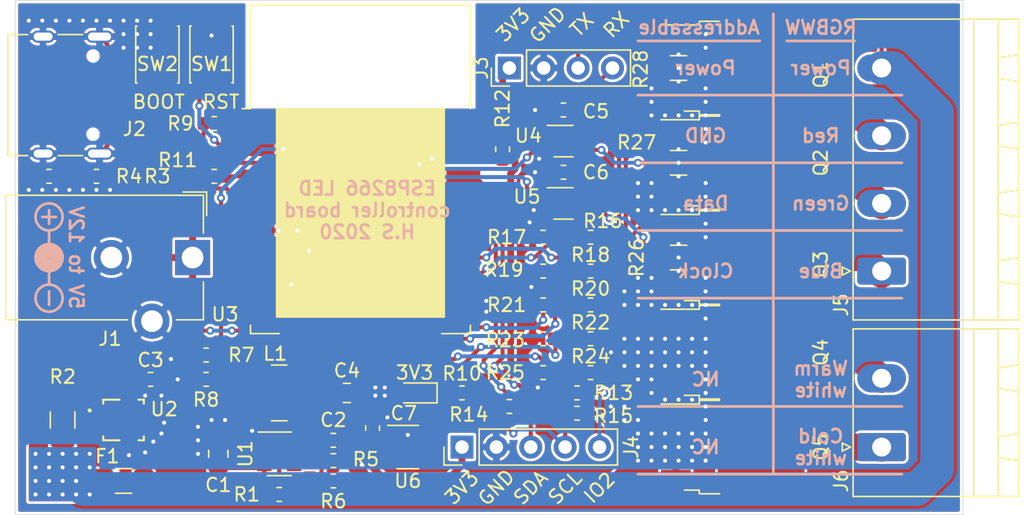
<source format=kicad_pcb>
(kicad_pcb (version 20171130) (host pcbnew "(5.1.5-0-10_14)")
  (layers (0 F.Cu signal) (31 B.Cu signal) (34 B.Paste user) (35 F.Paste user) (36 B.SilkS user) (37 F.SilkS user) (38 B.Mask user) (39 F.Mask user) (44 Edge.Cuts user))
  (net 0 "")
  (net 1 "Net-(Q1-Pad1)")
  (net 2 "Net-(Q2-Pad1)")
  (net 3 "Net-(Q3-Pad1)")
  (net 4 "Net-(Q4-Pad1)")
  (net 5 "Net-(Q5-Pad1)")
  (net 6 GND)
  (net 7 +3V3)
  (net 8 /I2C_SDA)
  (net 9 /I2C_SCL)
  (net 10 /RX)
  (net 11 /TX)
  (net 12 /LED_B_OUT)
  (net 13 /LED_G_OUT)
  (net 14 /LED_R_OUT)
  (net 15 /PIXEL_DATA_5V)
  (net 16 /PIXEL_CLK_5V)
  (net 17 /LED_CW_OUT)
  (net 18 /LED_WW_OUT)
  (net 19 /I_MEASURE)
  (net 20 VDD)
  (net 21 "Net-(C1-Pad1)")
  (net 22 "Net-(C2-Pad2)")
  (net 23 "Net-(C2-Pad1)")
  (net 24 /GPIO2)
  (net 25 /LED_R_CTRL)
  (net 26 /LED_CW_CTRL)
  (net 27 /LED_WW_CTRL)
  (net 28 /~RST~)
  (net 29 /BOOT)
  (net 30 VIN)
  (net 31 "Net-(J2-PadB5)")
  (net 32 "Net-(J2-PadA5)")
  (net 33 "Net-(R1-Pad1)")
  (net 34 "Net-(R5-Pad2)")
  (net 35 "Net-(R7-Pad1)")
  (net 36 "Net-(R11-Pad2)")
  (net 37 "Net-(3V3-Pad1)")
  (net 38 /PIXEL_DATA_3V3-LED_G_CTRL)
  (net 39 /PIXEL_CLK_3V3-LED_B_CTRL)
  (module Custom_components:ALLEGRO_ACS70331EESATR-005U3 (layer F.Cu) (at 108 81)
    (fp_text reference U2 (at 3 -0.8) (layer F.SilkS) (effects (font (size 1.001772 1.001772))))
    (fp_text value ACS70331EESATR-005U3)
    (pad 4 smd rect (at -1.35 0.7) (size 1.3 0.4) (layers F.Cu F.Paste F.Mask) (net 20 VDD))
    (pad 2 smd rect (at -1.35 -0.3) (size 1.3 0.4) (layers F.Cu F.Paste F.Mask) (net 30 VIN))
    (pad 12 smd rect (at 0.15 -1.45) (size 0.3 0.85) (layers F.Cu F.Paste F.Mask) (net 7 +3V3))
    (pad 11 smd rect (at 0.65 -1.45) (size 0.3 0.85) (layers F.Cu F.Paste F.Mask) (net 6 GND))
    (pad 10 smd rect (at 1.35 -0.75) (size 0.85 0.3) (layers F.Cu F.Paste F.Mask) (net 19 /I_MEASURE))
    (pad 9 smd rect (at 1.35 -0.25) (size 0.85 0.3) (layers F.Cu F.Paste F.Mask) (net 6 GND))
    (pad 8 smd rect (at 1.35 0.25) (size 0.85 0.3) (layers F.Cu F.Paste F.Mask) (net 6 GND))
    (pad 7 smd rect (at 1.35 0.75) (size 0.85 0.3) (layers F.Cu F.Paste F.Mask))
    (pad 6 smd rect (at 0.65 1.45) (size 0.3 0.85) (layers F.Cu F.Paste F.Mask) (net 6 GND))
    (pad 5 smd rect (at 0.15 1.45) (size 0.3 0.85) (layers F.Cu F.Paste F.Mask) (net 6 GND))
    (pad 3 smd rect (at -1.35 0.3) (size 1.3 0.4) (layers F.Cu F.Paste F.Mask) (net 20 VDD))
    (pad 1 smd rect (at -1.35 -0.7) (size 1.3 0.4) (layers F.Cu F.Paste F.Mask) (net 30 VIN))
  )
  (module Package_SO:TSOP-6_1.65x3.05mm_P0.95mm (layer F.Cu) (at 129 83)
    (fp_text reference U6 (at 0 2.5) (layer F.SilkS))
    (fp_text value PCT2075GVX‎)
    (pad 6 smd rect (at 1.16 -0.95) (size 0.7 0.51) (layers F.Cu F.Paste F.Mask) (net 8 /I2C_SDA))
    (pad 5 smd rect (at 1.16 0) (size 0.7 0.51) (layers F.Cu F.Paste F.Mask))
    (pad 4 smd rect (at 1.16 0.95) (size 0.7 0.51) (layers F.Cu F.Paste F.Mask) (net 9 /I2C_SCL))
    (pad 3 smd rect (at -1.16 0.95) (size 0.7 0.51) (layers F.Cu F.Paste F.Mask) (net 7 +3V3))
    (pad 2 smd rect (at -1.16 0) (size 0.7 0.51) (layers F.Cu F.Paste F.Mask) (net 6 GND))
    (pad 1 smd rect (at -1.16 -0.95) (size 0.7 0.51) (layers F.Cu F.Paste F.Mask) (net 6 GND))
  )
  (module Capacitor_SMD:C_0603_1608Metric (layer F.Cu) (at 126.4 81.6 270)
    (fp_text reference C7 (at -1.1 -2.3 180) (layer F.SilkS))
    (fp_text value 100n)
    (pad 2 smd roundrect (at 0.7875 0 270) (size 0.875 0.95) (layers F.Cu F.Paste F.Mask) (net 7 +3V3))
    (pad 1 smd roundrect (at -0.7875 0 270) (size 0.875 0.95) (layers F.Cu F.Paste F.Mask) (net 6 GND))
  )
  (module Resistor_SMD:R_1206_3216Metric (layer F.Cu) (at 149 55)
    (fp_text reference R28 (at -2.8 0.1 90) (layer F.SilkS))
    (fp_text value 0R)
    (pad 2 smd roundrect (at 1.4 0) (size 1.25 1.75) (layers F.Cu F.Paste F.Mask) (roundrect_rratio 0.2) (net 14 /LED_R_OUT))
    (pad 1 smd roundrect (at -1.4 0) (size 1.25 1.75) (layers F.Cu F.Paste F.Mask) (roundrect_rratio 0.2) (net 6 GND))
  )
  (module Resistor_SMD:R_1206_3216Metric (layer F.Cu) (at 149 62)
    (fp_text reference R27 (at -3.1 -1.5) (layer F.SilkS))
    (fp_text value 0R)
    (pad 2 smd roundrect (at 1.4 0) (size 1.25 1.75) (layers F.Cu F.Paste F.Mask) (roundrect_rratio 0.2) (net 13 /LED_G_OUT))
    (pad 1 smd roundrect (at -1.4 0) (size 1.25 1.75) (layers F.Cu F.Paste F.Mask) (roundrect_rratio 0.2) (net 15 /PIXEL_DATA_5V))
  )
  (module Resistor_SMD:R_1206_3216Metric (layer F.Cu) (at 149 69)
    (fp_text reference R26 (at -3.1 0 270) (layer F.SilkS))
    (fp_text value 0R)
    (pad 2 smd roundrect (at 1.4 0) (size 1.25 1.75) (layers F.Cu F.Paste F.Mask) (roundrect_rratio 0.2) (net 12 /LED_B_OUT))
    (pad 1 smd roundrect (at -1.4 0) (size 1.25 1.75) (layers F.Cu F.Paste F.Mask) (roundrect_rratio 0.2) (net 16 /PIXEL_CLK_5V))
  )
  (module Resistor_SMD:R_0603_1608Metric (layer F.Cu) (at 139 77.5)
    (fp_text reference R25 (at -2.8 0) (layer F.SilkS))
    (fp_text value 10k)
    (pad 2 smd roundrect (at 0.7875 0) (size 0.875 0.95) (layers F.Cu F.Paste F.Mask) (net 26 /LED_CW_CTRL))
    (pad 1 smd roundrect (at -0.7875 0) (size 0.875 0.95) (layers F.Cu F.Paste F.Mask) (net 6 GND))
  )
  (module Resistor_SMD:R_0603_1608Metric (layer F.Cu) (at 142.5 77.5 180)
    (fp_text reference R24 (at 0 1.2) (layer F.SilkS))
    (fp_text value 100R)
    (pad 2 smd roundrect (at 0.7875 0 180) (size 0.875 0.95) (layers F.Cu F.Paste F.Mask) (net 26 /LED_CW_CTRL))
    (pad 1 smd roundrect (at -0.7875 0 180) (size 0.875 0.95) (layers F.Cu F.Paste F.Mask) (net 5 "Net-(Q5-Pad1)"))
  )
  (module Resistor_SMD:R_0603_1608Metric (layer F.Cu) (at 139 75)
    (fp_text reference R23 (at -2.8 0.1) (layer F.SilkS))
    (fp_text value 10k)
    (pad 2 smd roundrect (at 0.7875 0) (size 0.875 0.95) (layers F.Cu F.Paste F.Mask) (net 27 /LED_WW_CTRL))
    (pad 1 smd roundrect (at -0.7875 0) (size 0.875 0.95) (layers F.Cu F.Paste F.Mask) (net 6 GND))
  )
  (module Resistor_SMD:R_0603_1608Metric (layer F.Cu) (at 142.5 75 180)
    (fp_text reference R22 (at 0 1.2) (layer F.SilkS))
    (fp_text value 100R)
    (pad 2 smd roundrect (at 0.7875 0 180) (size 0.875 0.95) (layers F.Cu F.Paste F.Mask) (net 27 /LED_WW_CTRL))
    (pad 1 smd roundrect (at -0.7875 0 180) (size 0.875 0.95) (layers F.Cu F.Paste F.Mask) (net 4 "Net-(Q4-Pad1)"))
  )
  (module Resistor_SMD:R_0603_1608Metric (layer F.Cu) (at 139 72.5)
    (fp_text reference R21 (at -2.7 0) (layer F.SilkS))
    (fp_text value 10k)
    (pad 2 smd roundrect (at 0.7875 0) (size 0.875 0.95) (layers F.Cu F.Paste F.Mask) (net 39 /PIXEL_CLK_3V3-LED_B_CTRL))
    (pad 1 smd roundrect (at -0.7875 0) (size 0.875 0.95) (layers F.Cu F.Paste F.Mask) (net 6 GND))
  )
  (module Resistor_SMD:R_0603_1608Metric (layer F.Cu) (at 142.5 72.5 180)
    (fp_text reference R20 (at 0 1.2) (layer F.SilkS))
    (fp_text value 100R)
    (pad 2 smd roundrect (at 0.7875 0 180) (size 0.875 0.95) (layers F.Cu F.Paste F.Mask) (net 39 /PIXEL_CLK_3V3-LED_B_CTRL))
    (pad 1 smd roundrect (at -0.7875 0 180) (size 0.875 0.95) (layers F.Cu F.Paste F.Mask) (net 3 "Net-(Q3-Pad1)"))
  )
  (module Resistor_SMD:R_0603_1608Metric (layer F.Cu) (at 139 70)
    (fp_text reference R19 (at -2.9 -0.1) (layer F.SilkS))
    (fp_text value 10k)
    (pad 2 smd roundrect (at 0.7875 0) (size 0.875 0.95) (layers F.Cu F.Paste F.Mask) (net 38 /PIXEL_DATA_3V3-LED_G_CTRL))
    (pad 1 smd roundrect (at -0.7875 0) (size 0.875 0.95) (layers F.Cu F.Paste F.Mask) (net 6 GND))
  )
  (module Resistor_SMD:R_0603_1608Metric (layer F.Cu) (at 142.5 70 180)
    (fp_text reference R18 (at 0 1.2) (layer F.SilkS))
    (fp_text value 100R)
    (pad 2 smd roundrect (at 0.7875 0 180) (size 0.875 0.95) (layers F.Cu F.Paste F.Mask) (net 38 /PIXEL_DATA_3V3-LED_G_CTRL))
    (pad 1 smd roundrect (at -0.7875 0 180) (size 0.875 0.95) (layers F.Cu F.Paste F.Mask) (net 2 "Net-(Q2-Pad1)"))
  )
  (module Resistor_SMD:R_0603_1608Metric (layer F.Cu) (at 139 67.5)
    (fp_text reference R17 (at -2.7 0) (layer F.SilkS))
    (fp_text value 10k)
    (pad 2 smd roundrect (at 0.7875 0) (size 0.875 0.95) (layers F.Cu F.Paste F.Mask) (net 25 /LED_R_CTRL))
    (pad 1 smd roundrect (at -0.7875 0) (size 0.875 0.95) (layers F.Cu F.Paste F.Mask) (net 6 GND))
  )
  (module Resistor_SMD:R_0603_1608Metric (layer F.Cu) (at 142.5 67.5 180)
    (fp_text reference R16 (at -0.9 1.2) (layer F.SilkS))
    (fp_text value 100R)
    (pad 2 smd roundrect (at 0.7875 0 180) (size 0.875 0.95) (layers F.Cu F.Paste F.Mask) (net 25 /LED_R_CTRL))
    (pad 1 smd roundrect (at -0.7875 0 180) (size 0.875 0.95) (layers F.Cu F.Paste F.Mask) (net 1 "Net-(Q1-Pad1)"))
  )
  (module Resistor_SMD:R_0603_1608Metric (layer F.Cu) (at 141.5 80.5 180)
    (fp_text reference R15 (at -2.7 -0.2) (layer F.SilkS))
    (fp_text value 10k)
    (pad 2 smd roundrect (at 0.7875 0 180) (size 0.875 0.95) (layers F.Cu F.Paste F.Mask) (net 9 /I2C_SCL))
    (pad 1 smd roundrect (at -0.7875 0 180) (size 0.875 0.95) (layers F.Cu F.Paste F.Mask) (net 7 +3V3))
  )
  (module Resistor_SMD:R_0603_1608Metric (layer F.Cu) (at 136.5 80)
    (fp_text reference R14 (at -3 0.6) (layer F.SilkS))
    (fp_text value 10k)
    (pad 2 smd roundrect (at 0.7875 0) (size 0.875 0.95) (layers F.Cu F.Paste F.Mask) (net 8 /I2C_SDA))
    (pad 1 smd roundrect (at -0.7875 0) (size 0.875 0.95) (layers F.Cu F.Paste F.Mask) (net 7 +3V3))
  )
  (module Resistor_SMD:R_0603_1608Metric (layer F.Cu) (at 141.5 79)
    (fp_text reference R13 (at 2.7 0) (layer F.SilkS))
    (fp_text value 10k)
    (pad 2 smd roundrect (at 0.7875 0) (size 0.875 0.95) (layers F.Cu F.Paste F.Mask) (net 24 /GPIO2))
    (pad 1 smd roundrect (at -0.7875 0) (size 0.875 0.95) (layers F.Cu F.Paste F.Mask) (net 7 +3V3))
  )
  (module Resistor_SMD:R_0603_1608Metric (layer F.Cu) (at 136 61 90)
    (fp_text reference R12 (at 3 0 90) (layer F.SilkS))
    (fp_text value 10k)
    (pad 2 smd roundrect (at 0.7875 0 90) (size 0.875 0.95) (layers F.Cu F.Paste F.Mask) (net 7 +3V3))
    (pad 1 smd roundrect (at -0.7875 0 90) (size 0.875 0.95) (layers F.Cu F.Paste F.Mask) (net 29 /BOOT))
  )
  (module Resistor_SMD:R_0603_1608Metric (layer F.Cu) (at 133 79)
    (fp_text reference R10 (at 0 -1.43) (layer F.SilkS))
    (fp_text value 10k)
    (pad 2 smd roundrect (at 0.7875 0) (size 0.875 0.95) (layers F.Cu F.Paste F.Mask) (net 6 GND))
    (pad 1 smd roundrect (at -0.7875 0) (size 0.875 0.95) (layers F.Cu F.Paste F.Mask) (net 37 "Net-(3V3-Pad1)"))
  )
  (module Resistor_SMD:R_0603_1608Metric (layer F.Cu) (at 114.7 59.1)
    (fp_text reference R9 (at -2.5 0) (layer F.SilkS))
    (fp_text value 10k)
    (pad 2 smd roundrect (at 0.7875 0) (size 0.875 0.95) (layers F.Cu F.Paste F.Mask) (net 28 /~RST~))
    (pad 1 smd roundrect (at -0.7875 0) (size 0.875 0.95) (layers F.Cu F.Paste F.Mask) (net 7 +3V3))
  )
  (module Resistor_SMD:R_0603_1608Metric (layer F.Cu) (at 114.1 78 180)
    (fp_text reference R8 (at 0 -1.5) (layer F.SilkS))
    (fp_text value 22k)
    (pad 2 smd roundrect (at 0.7875 0 180) (size 0.875 0.95) (layers F.Cu F.Paste F.Mask) (net 19 /I_MEASURE))
    (pad 1 smd roundrect (at -0.7875 0 180) (size 0.875 0.95) (layers F.Cu F.Paste F.Mask) (net 35 "Net-(R7-Pad1)"))
  )
  (module Resistor_SMD:R_0603_1608Metric (layer F.Cu) (at 114.1 76.2 180)
    (fp_text reference R7 (at -2.6 0) (layer F.SilkS))
    (fp_text value 10k)
    (pad 2 smd roundrect (at 0.7875 0 180) (size 0.875 0.95) (layers F.Cu F.Paste F.Mask) (net 6 GND))
    (pad 1 smd roundrect (at -0.7875 0 180) (size 0.875 0.95) (layers F.Cu F.Paste F.Mask) (net 35 "Net-(R7-Pad1)"))
  )
  (module Resistor_SMD:R_0603_1608Metric (layer F.Cu) (at 123.5 85.5)
    (fp_text reference R6 (at 0 1.5) (layer F.SilkS))
    (fp_text value 10k)
    (pad 2 smd roundrect (at 0.7875 0) (size 0.875 0.95) (layers F.Cu F.Paste F.Mask) (net 6 GND))
    (pad 1 smd roundrect (at -0.7875 0) (size 0.875 0.95) (layers F.Cu F.Paste F.Mask) (net 34 "Net-(R5-Pad2)"))
  )
  (module Resistor_SMD:R_0603_1608Metric (layer F.Cu) (at 123.5 84 180)
    (fp_text reference R5 (at -2.4 0.1 180) (layer F.SilkS))
    (fp_text value 33k2)
    (pad 2 smd roundrect (at 0.7875 0 180) (size 0.875 0.95) (layers F.Cu F.Paste F.Mask) (net 34 "Net-(R5-Pad2)"))
    (pad 1 smd roundrect (at -0.7875 0 180) (size 0.875 0.95) (layers F.Cu F.Paste F.Mask) (net 7 +3V3))
  )
  (module Resistor_SMD:R_0603_1608Metric (layer F.Cu) (at 102.5 63 180)
    (fp_text reference R4 (at -5.9 0) (layer F.SilkS))
    (fp_text value 5k1)
    (pad 2 smd roundrect (at 0.7875 0 180) (size 0.875 0.95) (layers F.Cu F.Paste F.Mask) (net 6 GND))
    (pad 1 smd roundrect (at -0.7875 0 180) (size 0.875 0.95) (layers F.Cu F.Paste F.Mask) (net 32 "Net-(J2-PadA5)"))
  )
  (module Resistor_SMD:R_0603_1608Metric (layer F.Cu) (at 106 63)
    (fp_text reference R3 (at 4.5 0) (layer F.SilkS))
    (fp_text value 5k1)
    (pad 2 smd roundrect (at 0.7875 0) (size 0.875 0.95) (layers F.Cu F.Paste F.Mask) (net 6 GND))
    (pad 1 smd roundrect (at -0.7875 0) (size 0.875 0.95) (layers F.Cu F.Paste F.Mask) (net 31 "Net-(J2-PadB5)"))
  )
  (module Resistor_SMD:R_1206_3216Metric (layer F.Cu) (at 103.5 81 270)
    (fp_text reference R2 (at -3.2 0 180) (layer F.SilkS))
    (fp_text value 0R)
    (pad 2 smd roundrect (at 1.4 0 270) (size 1.25 1.75) (layers F.Cu F.Paste F.Mask) (roundrect_rratio 0.2) (net 20 VDD))
    (pad 1 smd roundrect (at -1.4 0 270) (size 1.25 1.75) (layers F.Cu F.Paste F.Mask) (roundrect_rratio 0.2) (net 30 VIN))
  )
  (module Resistor_SMD:R_0603_1608Metric (layer F.Cu) (at 119.5 86.5 180)
    (fp_text reference R1 (at 2.4 0) (layer F.SilkS))
    (fp_text value 10k)
    (pad 2 smd roundrect (at 0.7875 0 180) (size 0.875 0.95) (layers F.Cu F.Paste F.Mask) (net 21 "Net-(C1-Pad1)"))
    (pad 1 smd roundrect (at -0.7875 0 180) (size 0.875 0.95) (layers F.Cu F.Paste F.Mask) (net 33 "Net-(R1-Pad1)"))
  )
  (module Capacitor_SMD:C_0603_1608Metric (layer F.Cu) (at 140.5 62.7 180)
    (fp_text reference C6 (at -2.4 0) (layer F.SilkS))
    (fp_text value 100n)
    (pad 2 smd roundrect (at 0.7875 0 180) (size 0.875 0.95) (layers F.Cu F.Paste F.Mask) (net 6 GND))
    (pad 1 smd roundrect (at -0.7875 0 180) (size 0.875 0.95) (layers F.Cu F.Paste F.Mask) (net 20 VDD))
  )
  (module Capacitor_SMD:C_0603_1608Metric (layer F.Cu) (at 140.5 58.1 180)
    (fp_text reference C5 (at -2.4 -0.1) (layer F.SilkS))
    (fp_text value 100n)
    (pad 2 smd roundrect (at 0.7875 0 180) (size 0.875 0.95) (layers F.Cu F.Paste F.Mask) (net 6 GND))
    (pad 1 smd roundrect (at -0.7875 0 180) (size 0.875 0.95) (layers F.Cu F.Paste F.Mask) (net 20 VDD))
  )
  (module Capacitor_SMD:C_0805_2012Metric (layer F.Cu) (at 124.5 79)
    (fp_text reference C4 (at 0 -1.65) (layer F.SilkS))
    (fp_text value 22u)
    (pad 2 smd roundrect (at 0.9375 0) (size 0.975 1.4) (layers F.Cu F.Paste F.Mask) (net 6 GND))
    (pad 1 smd roundrect (at -0.9375 0) (size 0.975 1.4) (layers F.Cu F.Paste F.Mask) (net 7 +3V3))
  )
  (module Capacitor_SMD:C_0603_1608Metric (layer F.Cu) (at 110 78)
    (fp_text reference C3 (at 0 -1.43) (layer F.SilkS))
    (fp_text value 100n)
    (pad 2 smd roundrect (at 0.7875 0) (size 0.875 0.95) (layers F.Cu F.Paste F.Mask) (net 6 GND))
    (pad 1 smd roundrect (at -0.7875 0) (size 0.875 0.95) (layers F.Cu F.Paste F.Mask) (net 7 +3V3))
  )
  (module Capacitor_SMD:C_0603_1608Metric (layer F.Cu) (at 123.5 82.5 180)
    (fp_text reference C2 (at 0 1.5) (layer F.SilkS))
    (fp_text value 100n)
    (pad 2 smd roundrect (at 0.7875 0 180) (size 0.875 0.95) (layers F.Cu F.Paste F.Mask) (net 22 "Net-(C2-Pad2)"))
    (pad 1 smd roundrect (at -0.7875 0 180) (size 0.875 0.95) (layers F.Cu F.Paste F.Mask) (net 23 "Net-(C2-Pad1)"))
  )
  (module Capacitor_SMD:C_0805_2012Metric (layer F.Cu) (at 115 83.5 90)
    (fp_text reference C1 (at -2.3 0 180) (layer F.SilkS))
    (fp_text value 22u)
    (pad 2 smd roundrect (at 0.9375 0 90) (size 0.975 1.4) (layers F.Cu F.Paste F.Mask) (net 6 GND))
    (pad 1 smd roundrect (at -0.9375 0 90) (size 0.975 1.4) (layers F.Cu F.Paste F.Mask) (net 21 "Net-(C1-Pad1)"))
  )
  (module Resistor_SMD:R_0603_1608Metric (layer F.Cu) (at 114.7 63)
    (fp_text reference R11 (at -2.7 -1.2) (layer F.SilkS))
    (fp_text value 10k)
    (pad 2 smd roundrect (at 0.7875 0) (size 0.875 0.95) (layers F.Cu F.Paste F.Mask) (net 36 "Net-(R11-Pad2)"))
    (pad 1 smd roundrect (at -0.7875 0) (size 0.875 0.95) (layers F.Cu F.Paste F.Mask) (net 7 +3V3))
  )
  (module Package_TO_SOT_SMD:SOT-353_SC-70-5 (layer F.Cu) (at 140.5 65)
    (fp_text reference U5 (at -2.7 -0.5) (layer F.SilkS))
    (fp_text value SN74LV1T34DCKR)
    (pad 5 smd rect (at 0.95 -0.65) (size 0.65 0.4) (layers F.Cu F.Paste F.Mask) (net 20 VDD))
    (pad 4 smd rect (at 0.95 0.65) (size 0.65 0.4) (layers F.Cu F.Paste F.Mask) (net 16 /PIXEL_CLK_5V))
    (pad 2 smd rect (at -0.95 0) (size 0.65 0.4) (layers F.Cu F.Paste F.Mask) (net 39 /PIXEL_CLK_3V3-LED_B_CTRL))
    (pad 3 smd rect (at -0.95 0.65) (size 0.65 0.4) (layers F.Cu F.Paste F.Mask) (net 6 GND))
    (pad 1 smd rect (at -0.95 -0.65) (size 0.65 0.4) (layers F.Cu F.Paste F.Mask))
  )
  (module Package_TO_SOT_SMD:SOT-353_SC-70-5 (layer F.Cu) (at 140.5 60.4)
    (fp_text reference U4 (at -2.6 -0.4) (layer F.SilkS))
    (fp_text value SN74LV1T34DCKR)
    (pad 5 smd rect (at 0.95 -0.65) (size 0.65 0.4) (layers F.Cu F.Paste F.Mask) (net 20 VDD))
    (pad 4 smd rect (at 0.95 0.65) (size 0.65 0.4) (layers F.Cu F.Paste F.Mask) (net 15 /PIXEL_DATA_5V))
    (pad 2 smd rect (at -0.95 0) (size 0.65 0.4) (layers F.Cu F.Paste F.Mask) (net 38 /PIXEL_DATA_3V3-LED_G_CTRL))
    (pad 3 smd rect (at -0.95 0.65) (size 0.65 0.4) (layers F.Cu F.Paste F.Mask) (net 6 GND))
    (pad 1 smd rect (at -0.95 -0.65) (size 0.65 0.4) (layers F.Cu F.Paste F.Mask))
  )
  (module Custom_components:Fuse_0ZCJ_1206 (layer F.Cu) (at 108 85.5)
    (fp_text reference F1 (at -1.2 -1.82) (layer F.SilkS))
    (fp_text value 0ZCJ0050AF2E)
    (pad 2 smd roundrect (at 1.4875 0) (size 1.425 1.75) (layers F.Cu F.Paste F.Mask) (roundrect_rratio 0.175439) (net 21 "Net-(C1-Pad1)"))
    (pad 1 smd roundrect (at -1.4875 0) (size 1.425 1.75) (layers F.Cu F.Paste F.Mask) (roundrect_rratio 0.175439) (net 20 VDD))
  )
  (module Connector_BarrelJack:BarrelJack_CUI_PJ-102AH_Horizontal (layer F.Cu) (at 113.1 69 270)
    (fp_text reference J1 (at 6 6.1) (layer F.SilkS))
    (fp_text value Barrel_Jack_Switch)
    (pad 3 thru_hole circle (at 4.7 3 270) (size 2.6 2.6) (drill 1.6) (layers *.Cu *.Mask) (net 6 GND))
    (pad 2 thru_hole circle (at 0 6 270) (size 2.6 2.6) (drill 1.6) (layers *.Cu *.Mask) (net 6 GND))
    (pad 1 thru_hole rect (at 0 0 270) (size 2.6 2.6) (drill 1.6) (layers *.Cu *.Mask) (net 30 VIN))
  )
  (module RF_Module:ESP-12E (layer F.Cu) (at 125.5 62.5)
    (fp_text reference U3 (at -10 10.7 180) (layer F.SilkS))
    (fp_text value ESP-12F)
    (pad 22 smd rect (at 7.6 -3.5) (size 2.5 1) (layers F.Cu F.Paste F.Mask) (net 11 /TX))
    (pad 21 smd rect (at 7.6 -1.5) (size 2.5 1) (layers F.Cu F.Paste F.Mask) (net 10 /RX))
    (pad 20 smd rect (at 7.6 0.5) (size 2.5 1) (layers F.Cu F.Paste F.Mask) (net 9 /I2C_SCL))
    (pad 19 smd rect (at 7.6 2.5) (size 2.5 1) (layers F.Cu F.Paste F.Mask) (net 8 /I2C_SDA))
    (pad 18 smd rect (at 7.6 4.5) (size 2.5 1) (layers F.Cu F.Paste F.Mask) (net 29 /BOOT))
    (pad 17 smd rect (at 7.6 6.5) (size 2.5 1) (layers F.Cu F.Paste F.Mask) (net 24 /GPIO2))
    (pad 16 smd rect (at 7.6 8.5) (size 2.5 1) (layers F.Cu F.Paste F.Mask) (net 25 /LED_R_CTRL))
    (pad 15 smd rect (at 7.6 10.5) (size 2.5 1) (layers F.Cu F.Paste F.Mask) (net 6 GND))
    (pad 14 smd rect (at 5 12) (size 1 1.8) (layers F.Cu F.Paste F.Mask))
    (pad 13 smd rect (at 3 12) (size 1 1.8) (layers F.Cu F.Paste F.Mask))
    (pad 12 smd rect (at 1 12) (size 1 1.8) (layers F.Cu F.Paste F.Mask))
    (pad 11 smd rect (at -1 12) (size 1 1.8) (layers F.Cu F.Paste F.Mask))
    (pad 10 smd rect (at -3 12) (size 1 1.8) (layers F.Cu F.Paste F.Mask))
    (pad 9 smd rect (at -5 12) (size 1 1.8) (layers F.Cu F.Paste F.Mask))
    (pad 8 smd rect (at -7.6 10.5) (size 2.5 1) (layers F.Cu F.Paste F.Mask) (net 7 +3V3))
    (pad 7 smd rect (at -7.6 8.5) (size 2.5 1) (layers F.Cu F.Paste F.Mask) (net 38 /PIXEL_DATA_3V3-LED_G_CTRL))
    (pad 6 smd rect (at -7.6 6.5) (size 2.5 1) (layers F.Cu F.Paste F.Mask) (net 27 /LED_WW_CTRL))
    (pad 5 smd rect (at -7.6 4.5) (size 2.5 1) (layers F.Cu F.Paste F.Mask) (net 39 /PIXEL_CLK_3V3-LED_B_CTRL))
    (pad 4 smd rect (at -7.6 2.5) (size 2.5 1) (layers F.Cu F.Paste F.Mask) (net 26 /LED_CW_CTRL))
    (pad 3 smd rect (at -7.6 0.5) (size 2.5 1) (layers F.Cu F.Paste F.Mask) (net 36 "Net-(R11-Pad2)"))
    (pad 2 smd rect (at -7.6 -1.5) (size 2.5 1) (layers F.Cu F.Paste F.Mask) (net 35 "Net-(R7-Pad1)"))
    (pad 1 smd rect (at -7.6 -3.5) (size 2.5 1) (layers F.Cu F.Paste F.Mask) (net 28 /~RST~))
  )
  (module Connector_Phoenix_MSTB:PhoenixContact_MSTBA_2,5_2-G-5,08_1x02_P5.08mm_Horizontal (layer F.Cu) (at 164 83 90)
    (fp_text reference J6 (at -2.5 -3 90) (layer F.SilkS))
    (fp_text value Screw_Terminal_01x02)
    (pad 2 thru_hole oval (at 5.08 0 90) (size 2.08 3.6) (drill 1.4) (layers *.Cu *.Mask) (net 18 /LED_WW_OUT))
    (pad 1 thru_hole roundrect (at 0 0 90) (size 2.08 3.6) (drill 1.4) (layers *.Cu *.Mask) (roundrect_rratio 0.120192) (net 17 /LED_CW_OUT))
  )
  (module Connector_Phoenix_MSTB:PhoenixContact_MSTBA_2,5_4-G_1x04_P5.00mm_Horizontal (layer F.Cu) (at 164 70 90)
    (fp_text reference J5 (at -2.5 -3 90) (layer F.SilkS))
    (fp_text value Screw_Terminal_01x04)
    (pad 4 thru_hole oval (at 15 0 90) (size 2 3.6) (drill 1.4) (layers *.Cu *.Mask) (net 20 VDD))
    (pad 3 thru_hole oval (at 10 0 90) (size 2 3.6) (drill 1.4) (layers *.Cu *.Mask) (net 14 /LED_R_OUT))
    (pad 2 thru_hole oval (at 5 0 90) (size 2 3.6) (drill 1.4) (layers *.Cu *.Mask) (net 13 /LED_G_OUT))
    (pad 1 thru_hole roundrect (at 0 0 90) (size 2 3.6) (drill 1.4) (layers *.Cu *.Mask) (roundrect_rratio 0.125) (net 12 /LED_B_OUT))
  )
  (module Connector_PinHeader_2.54mm:PinHeader_1x05_P2.54mm_Vertical (layer F.Cu) (at 133 83 90)
    (fp_text reference J4 (at 0 12.5 90) (layer F.SilkS))
    (fp_text value Conn_01x05_Male)
    (pad 5 thru_hole oval (at 0 10.16 90) (size 1.7 1.7) (drill 1) (layers *.Cu *.Mask) (net 24 /GPIO2))
    (pad 4 thru_hole oval (at 0 7.62 90) (size 1.7 1.7) (drill 1) (layers *.Cu *.Mask) (net 9 /I2C_SCL))
    (pad 3 thru_hole oval (at 0 5.08 90) (size 1.7 1.7) (drill 1) (layers *.Cu *.Mask) (net 8 /I2C_SDA))
    (pad 2 thru_hole oval (at 0 2.54 90) (size 1.7 1.7) (drill 1) (layers *.Cu *.Mask) (net 6 GND))
    (pad 1 thru_hole rect (at 0 0 90) (size 1.7 1.7) (drill 1) (layers *.Cu *.Mask) (net 7 +3V3))
  )
  (module LED_SMD:LED_0603_1608Metric_Pad1.05x0.95mm_HandSolder (layer F.Cu) (at 129.5 79 180)
    (fp_text reference 3V3 (at 0 1.5) (layer F.SilkS))
    (fp_text value RED)
    (pad 2 smd roundrect (at 0.875 0 180) (size 1.05 0.95) (layers F.Cu F.Paste F.Mask) (net 7 +3V3))
    (pad 1 smd roundrect (at -0.875 0 180) (size 1.05 0.95) (layers F.Cu F.Paste F.Mask) (net 37 "Net-(3V3-Pad1)"))
  )
  (module Custom_components:SW_SPST_4x3x2mm (layer F.Cu) (at 114.5 54 270)
    (fp_text reference SW1 (at 0.7 0) (layer F.SilkS))
    (fp_text value SW_Push)
    (pad 1 smd rect (at -2.275 0 270) (size 0.65 1.6) (layers F.Cu F.Paste F.Mask) (net 6 GND))
    (pad 2 smd rect (at 2.275 0 270) (size 0.65 1.6) (layers F.Cu F.Paste F.Mask) (net 28 /~RST~))
  )
  (module Custom_components:SW_SPST_4x3x2mm (layer F.Cu) (at 110.5 54 90)
    (fp_text reference SW2 (at -0.7 0 180) (layer F.SilkS))
    (fp_text value SW_Push)
    (pad 1 smd rect (at -2.275 0 90) (size 0.65 1.6) (layers F.Cu F.Paste F.Mask) (net 29 /BOOT))
    (pad 2 smd rect (at 2.275 0 90) (size 0.65 1.6) (layers F.Cu F.Paste F.Mask) (net 6 GND))
  )
  (module Inductor_SMD:L_Coilcraft_LPS4012 (layer F.Cu) (at 119.5 79)
    (fp_text reference L1 (at -0.3 -2.9 180) (layer F.SilkS))
    (fp_text value 2.2uH)
    (pad 2 smd custom (at 1.765 0) (size 0.87 2.79) (layers F.Cu F.Paste F.Mask) (net 7 +3V3) (options (clearance outline) (anchor rect)) (primitives (gr_poly (pts (xy 0.435 -1.395) (xy -0.125 -1.945) (xy -1.015 -1.945) (xy -1.015 -1.17) (xy -0.435 -0.575) (xy -0.435 0.575) (xy -1.015 1.17) (xy -1.015 1.945) (xy -0.125 1.945) (xy 0.435 1.395)) (width 0))))
    (pad 1 smd custom (at -1.765 0) (size 0.87 2.79) (layers F.Cu F.Paste F.Mask) (net 23 "Net-(C2-Pad1)") (options (clearance outline) (anchor rect)) (primitives (gr_poly (pts (xy -0.435 -1.395) (xy 0.125 -1.945) (xy 1.015 -1.945) (xy 1.015 -1.17) (xy 0.435 -0.575) (xy 0.435 0.575) (xy 1.015 1.17) (xy 1.015 1.945) (xy 0.125 1.945) (xy -0.435 1.395)) (width 0))))
  )
  (module Package_TO_SOT_SMD:SOT-23-6 (layer F.Cu) (at 119.5 83.5)
    (fp_text reference U1 (at -2.5 0 90) (layer F.SilkS))
    (fp_text value TPS563200)
    (pad 5 smd rect (at 1.1 0) (size 1.06 0.65) (layers F.Cu F.Paste F.Mask) (net 33 "Net-(R1-Pad1)"))
    (pad 6 smd rect (at 1.1 -0.95) (size 1.06 0.65) (layers F.Cu F.Paste F.Mask) (net 22 "Net-(C2-Pad2)"))
    (pad 4 smd rect (at 1.1 0.95) (size 1.06 0.65) (layers F.Cu F.Paste F.Mask) (net 34 "Net-(R5-Pad2)"))
    (pad 3 smd rect (at -1.1 0.95) (size 1.06 0.65) (layers F.Cu F.Paste F.Mask) (net 21 "Net-(C1-Pad1)"))
    (pad 2 smd rect (at -1.1 0) (size 1.06 0.65) (layers F.Cu F.Paste F.Mask) (net 23 "Net-(C2-Pad1)"))
    (pad 1 smd rect (at -1.1 -0.95) (size 1.06 0.65) (layers F.Cu F.Paste F.Mask) (net 6 GND))
  )
  (module Connector_PinHeader_2.54mm:PinHeader_1x04_P2.54mm_Vertical (layer F.Cu) (at 136.5 55 90)
    (fp_text reference J3 (at 0 -2.1 90) (layer F.SilkS))
    (fp_text value Conn_01x04_Male)
    (pad 4 thru_hole oval (at 0 7.62 90) (size 1.7 1.7) (drill 1) (layers *.Cu *.Mask) (net 10 /RX))
    (pad 3 thru_hole oval (at 0 5.08 90) (size 1.7 1.7) (drill 1) (layers *.Cu *.Mask) (net 11 /TX))
    (pad 2 thru_hole oval (at 0 2.54 90) (size 1.7 1.7) (drill 1) (layers *.Cu *.Mask) (net 6 GND))
    (pad 1 thru_hole rect (at 0 0 90) (size 1.7 1.7) (drill 1) (layers *.Cu *.Mask) (net 7 +3V3))
  )
  (module Connector_USB:USB_C_Receptacle_Palconn_UTC16-G (layer F.Cu) (at 104.3 57 270)
    (fp_text reference J2 (at 2.5 -4.5 180) (layer F.SilkS))
    (fp_text value USB_C_Receptacle_USB2.0)
    (pad A12 smd rect (at 3.2 -2.51 270) (size 0.6 1.16) (layers F.Cu F.Paste F.Mask) (net 6 GND))
    (pad A9 smd rect (at 2.4 -2.51 270) (size 0.6 1.16) (layers F.Cu F.Paste F.Mask) (net 30 VIN))
    (pad B1 smd rect (at 3.2 -2.51 270) (size 0.6 1.16) (layers F.Cu F.Paste F.Mask) (net 6 GND))
    (pad B4 smd rect (at 2.4 -2.51 270) (size 0.6 1.16) (layers F.Cu F.Paste F.Mask) (net 30 VIN))
    (pad B12 smd rect (at -3.2 -2.51 270) (size 0.6 1.16) (layers F.Cu F.Paste F.Mask) (net 6 GND))
    (pad A1 smd rect (at -3.2 -2.51 270) (size 0.6 1.16) (layers F.Cu F.Paste F.Mask) (net 6 GND))
    (pad B9 smd rect (at -2.4 -2.51 270) (size 0.6 1.16) (layers F.Cu F.Paste F.Mask) (net 30 VIN))
    (pad A4 smd rect (at -2.4 -2.51 270) (size 0.6 1.16) (layers F.Cu F.Paste F.Mask) (net 30 VIN))
    (pad "" np_thru_hole circle (at -2.89 -1.45 90) (size 0.6 0.6) (drill 0.6) (layers *.Cu *.Mask))
    (pad "" np_thru_hole circle (at 2.89 -1.45 90) (size 0.6 0.6) (drill 0.6) (layers *.Cu *.Mask))
    (pad B5 smd rect (at 1.75 -2.51 90) (size 0.3 1.16) (layers F.Cu F.Paste F.Mask) (net 31 "Net-(J2-PadB5)"))
    (pad B6 smd rect (at 0.75 -2.51 90) (size 0.3 1.16) (layers F.Cu F.Paste F.Mask))
    (pad A8 smd rect (at 1.25 -2.51 90) (size 0.3 1.16) (layers F.Cu F.Paste F.Mask))
    (pad A5 smd rect (at -1.25 -2.51 90) (size 0.3 1.16) (layers F.Cu F.Paste F.Mask) (net 32 "Net-(J2-PadA5)"))
    (pad B8 smd rect (at -1.75 -2.51 90) (size 0.3 1.16) (layers F.Cu F.Paste F.Mask))
    (pad A7 smd rect (at 0.25 -2.51 90) (size 0.3 1.16) (layers F.Cu F.Paste F.Mask))
    (pad A6 smd rect (at -0.25 -2.51 90) (size 0.3 1.16) (layers F.Cu F.Paste F.Mask))
    (pad B7 smd rect (at -0.75 -2.51 90) (size 0.3 1.16) (layers F.Cu F.Paste F.Mask))
    (pad S1 thru_hole oval (at 4.32 2.24) (size 1.7 0.9) (drill oval 1.4 0.6) (layers *.Cu *.Mask) (net 6 GND))
    (pad S1 thru_hole oval (at -4.32 2.24) (size 1.7 0.9) (drill oval 1.4 0.6) (layers *.Cu *.Mask) (net 6 GND))
    (pad S1 thru_hole oval (at 4.32 -1.93) (size 2 0.9) (drill oval 1.7 0.6) (layers *.Cu *.Mask) (net 6 GND))
    (pad S1 thru_hole oval (at -4.32 -1.93) (size 2 0.9) (drill oval 1.7 0.6) (layers *.Cu *.Mask) (net 6 GND))
  )
  (module Package_TO_SOT_SMD:TO-252-2 (layer F.Cu) (at 153 76)
    (fp_text reference Q4 (at 6.5 0 90) (layer F.SilkS))
    (fp_text value NTD5867NLT4G)
    (pad 2 smd rect (at 2.1 0) (size 6.4 5.8) (layers F.Cu F.Mask) (net 18 /LED_WW_OUT))
    (pad 3 smd rect (at -4.2 2.28) (size 2.2 1.2) (layers F.Cu F.Paste F.Mask) (net 6 GND))
    (pad 1 smd rect (at -4.2 -2.28) (size 2.2 1.2) (layers F.Cu F.Paste F.Mask) (net 4 "Net-(Q4-Pad1)"))
  )
  (module Package_TO_SOT_SMD:TO-252-2 (layer F.Cu) (at 153 69)
    (fp_text reference Q3 (at 6.5 0.5 90) (layer F.SilkS))
    (fp_text value NTD5867NLT4G)
    (pad 2 smd rect (at 2.1 0) (size 6.4 5.8) (layers F.Cu F.Mask) (net 12 /LED_B_OUT))
    (pad 3 smd rect (at -4.2 2.28) (size 2.2 1.2) (layers F.Cu F.Paste F.Mask) (net 6 GND))
    (pad 1 smd rect (at -4.2 -2.28) (size 2.2 1.2) (layers F.Cu F.Paste F.Mask) (net 3 "Net-(Q3-Pad1)"))
  )
  (module Package_TO_SOT_SMD:TO-252-2 (layer F.Cu) (at 153 55)
    (fp_text reference Q1 (at 6.5 0.5 90) (layer F.SilkS))
    (fp_text value NTD5867NLT4G)
    (pad 2 smd rect (at 2.1 0) (size 6.4 5.8) (layers F.Cu F.Mask) (net 14 /LED_R_OUT))
    (pad 3 smd rect (at -4.2 2.28) (size 2.2 1.2) (layers F.Cu F.Paste F.Mask) (net 6 GND))
    (pad 1 smd rect (at -4.2 -2.28) (size 2.2 1.2) (layers F.Cu F.Paste F.Mask) (net 1 "Net-(Q1-Pad1)"))
  )
  (module Package_TO_SOT_SMD:TO-252-2 (layer F.Cu) (at 153 83)
    (fp_text reference Q5 (at 6.5 0 90) (layer F.SilkS))
    (fp_text value NTD5867NLT4G)
    (pad 2 smd rect (at 2.1 0) (size 6.4 5.8) (layers F.Cu F.Mask) (net 17 /LED_CW_OUT))
    (pad 3 smd rect (at -4.2 2.28) (size 2.2 1.2) (layers F.Cu F.Paste F.Mask) (net 6 GND))
    (pad 1 smd rect (at -4.2 -2.28) (size 2.2 1.2) (layers F.Cu F.Paste F.Mask) (net 5 "Net-(Q5-Pad1)"))
  )
  (module Package_TO_SOT_SMD:TO-252-2 (layer F.Cu) (at 153 62)
    (fp_text reference Q2 (at 6.5 0 90) (layer F.SilkS))
    (fp_text value NTD5867NLT4G)
    (pad 2 smd rect (at 2.1 0) (size 6.4 5.8) (layers F.Cu F.Mask) (net 13 /LED_G_OUT))
    (pad 3 smd rect (at -4.2 2.28) (size 2.2 1.2) (layers F.Cu F.Paste F.Mask) (net 6 GND))
    (pad 1 smd rect (at -4.2 -2.28) (size 2.2 1.2) (layers F.Cu F.Paste F.Mask) (net 2 "Net-(Q2-Pad1)"))
  )
  (gr_poly (pts (xy 131.7 73.4) (xy 119.3 73.4) (xy 119.3 58) (xy 131.7 58)) (layer F.SilkS) (width 0.1))
  (gr_text "5V to 12V" (at 104.5 69 270) (layer B.SilkS) (effects (font (size 1 1) (thickness 0.2)) (justify mirror)))
  (gr_circle (center 102.5 72) (end 102.5 71) (layer B.SilkS) (width 0.2))
  (gr_line (start 102.5 71.5) (end 102.5 72.5) (layer B.SilkS) (width 0.2))
  (gr_line (start 102.5 71) (end 102.5 70) (layer B.SilkS) (width 0.2))
  (gr_line (start 102.5 67) (end 102.5 69) (layer B.SilkS) (width 0.2))
  (gr_line (start 103 66) (end 102 66) (layer B.SilkS) (width 0.2))
  (gr_line (start 102.5 66.5) (end 102.5 65.5) (layer B.SilkS) (width 0.2))
  (gr_arc (start 102.5 69) (end 101.8 68.3) (angle -270) (layer B.SilkS) (width 0.2))
  (gr_circle (center 102.5 66) (end 102.5 67) (layer B.SilkS) (width 0.2))
  (gr_circle (center 102.5 69) (end 102.5 69.1) (layer B.SilkS) (width 1))
  (gr_text "ESP8266 LED\ncontroller board\nH.S 2020" (at 126 65.5) (layer B.SilkS) (effects (font (size 1 1) (thickness 0.2)) (justify mirror)))
  (gr_line (start 165.5 85) (end 146 85) (layer B.SilkS) (width 0.2))
  (gr_line (start 165.5 80) (end 146 80) (layer B.SilkS) (width 0.2))
  (gr_line (start 165.5 72) (end 146 72) (layer B.SilkS) (width 0.2))
  (gr_line (start 165.5 67) (end 146 67) (layer B.SilkS) (width 0.2))
  (gr_line (start 165.5 62) (end 146 62) (layer B.SilkS) (width 0.2))
  (gr_line (start 165.5 57) (end 146 57) (layer B.SilkS) (width 0.2))
  (gr_text GND (at 151 60) (layer B.SilkS) (effects (font (size 1 1) (thickness 0.2)) (justify mirror)))
  (gr_text Data (at 151 65) (layer B.SilkS) (effects (font (size 1 1) (thickness 0.2)) (justify mirror)))
  (gr_text Clock (at 151 70) (layer B.SilkS) (effects (font (size 1 1) (thickness 0.2)) (justify mirror)))
  (gr_text NC (at 151 78) (layer B.SilkS) (effects (font (size 1 1) (thickness 0.2)) (justify mirror)))
  (gr_text Power (at 151 55) (layer B.SilkS) (effects (font (size 1 1) (thickness 0.2)) (justify mirror)))
  (gr_text NC (at 151 83) (layer B.SilkS) (effects (font (size 1 1) (thickness 0.2)) (justify mirror)))
  (gr_text "Cold\nwhite" (at 159.5 83) (layer B.SilkS) (effects (font (size 1 1) (thickness 0.2)) (justify mirror)))
  (gr_text "Warm\nwhite" (at 159.5 78) (layer B.SilkS) (effects (font (size 1 1) (thickness 0.2)) (justify mirror)))
  (gr_text Blue (at 159.5 70) (layer B.SilkS) (effects (font (size 1 1) (thickness 0.2)) (justify mirror)))
  (gr_text Green (at 159.5 65) (layer B.SilkS) (effects (font (size 1 1) (thickness 0.2)) (justify mirror)))
  (gr_text Red (at 159.5 60) (layer B.SilkS) (effects (font (size 1 1) (thickness 0.2)) (justify mirror)))
  (gr_text Power (at 159.5 55) (layer B.SilkS) (effects (font (size 1 1) (thickness 0.2)) (justify mirror)))
  (gr_line (start 156 51) (end 156 85) (layer B.SilkS) (width 0.2))
  (gr_line (start 155 53) (end 146 53) (layer B.SilkS) (width 0.2))
  (gr_line (start 162 53) (end 157 53) (layer B.SilkS) (width 0.2))
  (gr_text RGBWW (at 159.5 52) (layer B.SilkS) (effects (font (size 1 1) (thickness 0.2)) (justify mirror)))
  (gr_text Addressable (at 150.5 52) (layer B.SilkS) (effects (font (size 1 1) (thickness 0.2)) (justify mirror)))
  (gr_text BOOT (at 110.6 57.5) (layer F.SilkS) (effects (font (size 1 1))))
  (gr_text RX (at 144.405 51.815 45) (layer F.SilkS) (effects (font (size 1 1))))
  (gr_text TX (at 141.865 51.815 45) (layer F.SilkS) (effects (font (size 1 1))))
  (gr_text GND (at 139.325 51.815 45) (layer F.SilkS) (effects (font (size 1 1))))
  (gr_text "3V3\n" (at 136.785 51.815 45) (layer F.SilkS) (effects (font (size 1 1))))
  (gr_text IO2 (at 143.16 86 45) (layer F.SilkS) (effects (font (size 1 1))))
  (gr_text SCL (at 140.62 86 45) (layer F.SilkS) (effects (font (size 1 1))))
  (gr_text SDA (at 138.08 86 45) (layer F.SilkS) (effects (font (size 1 1))))
  (gr_text "GND\n" (at 135.54 86 45) (layer F.SilkS) (effects (font (size 1 1))))
  (gr_text "3V3\n" (at 133 86 45) (layer F.SilkS) (effects (font (size 1 1))))
  (gr_text RST (at 115.2 57.5) (layer F.SilkS) (effects (font (size 1 1))))
  (gr_line (start 100 88) (end 100 50) (layer Edge.Cuts) (width 0.05))
  (gr_line (start 170 88) (end 100 88) (layer Edge.Cuts) (width 0.05))
  (gr_line (start 170 50) (end 170 88) (layer Edge.Cuts) (width 0.05))
  (gr_line (start 100 50) (end 170 50) (layer Edge.Cuts) (width 0.05))
  (segment (start 147.28 52.72) (end 148.8 52.72) (width 0.3) (layer F.Cu) (net 1))
  (segment (start 146.2 53.8) (end 147.28 52.72) (width 0.3) (layer F.Cu) (net 1))
  (segment (start 144.6 61.5) (end 146.2 59.9) (width 0.3) (layer F.Cu) (net 1))
  (segment (start 144.6 67.2) (end 144.6 61.5) (width 0.3) (layer F.Cu) (net 1))
  (segment (start 144.3 67.5) (end 144.6 67.2) (width 0.3) (layer F.Cu) (net 1))
  (segment (start 146.2 59.9) (end 146.2 53.8) (width 0.3) (layer F.Cu) (net 1))
  (segment (start 143.375 67.5) (end 144.3 67.5) (width 0.3) (layer F.Cu) (net 1))
  (segment (start 148.8 59.72) (end 147.087122 59.72) (width 0.3) (layer F.Cu) (net 2))
  (segment (start 147.087122 59.72) (end 145.100011 61.707111) (width 0.3) (layer F.Cu) (net 2))
  (segment (start 145.100011 68.799989) (end 143.9 70) (width 0.3) (layer F.Cu) (net 2))
  (segment (start 145.100011 61.707111) (end 145.100011 68.799989) (width 0.3) (layer F.Cu) (net 2))
  (segment (start 143.9 70) (end 143.375 70) (width 0.3) (layer F.Cu) (net 2))
  (segment (start 145.600022 69.299978) (end 143.375 71.525) (width 0.3) (layer F.Cu) (net 3))
  (segment (start 145.600022 67.337974) (end 145.600022 69.299978) (width 0.3) (layer F.Cu) (net 3))
  (segment (start 146.217996 66.72) (end 145.600022 67.337974) (width 0.3) (layer F.Cu) (net 3))
  (segment (start 143.375 71.525) (end 143.375 72.5) (width 0.3) (layer F.Cu) (net 3))
  (segment (start 148.8 66.72) (end 146.217996 66.72) (width 0.3) (layer F.Cu) (net 3))
  (segment (start 145.28 73.72) (end 148.8 73.72) (width 0.3) (layer F.Cu) (net 4))
  (segment (start 144 75) (end 143.375 75) (width 0.3) (layer F.Cu) (net 4))
  (segment (start 145.28 73.72) (end 144 75) (width 0.3) (layer F.Cu) (net 4))
  (segment (start 146.745 80.72) (end 143.525 77.5) (width 0.3) (layer F.Cu) (net 5))
  (segment (start 148.8 80.72) (end 146.745 80.72) (width 0.3) (layer F.Cu) (net 5))
  (via (at 117.5 81.8) (size 0.6) (drill 0.3) (layers F.Cu B.Cu) (net 6))
  (segment (start 118.25 82.55) (end 117.5 81.8) (width 0.5) (layer F.Cu) (net 6))
  (segment (start 118.4 82.55) (end 118.25 82.55) (width 0.5) (layer F.Cu) (net 6))
  (segment (start 109.35 80.75) (end 110.55 80.75) (width 0.3) (layer F.Cu) (net 6))
  (via (at 111 81.2) (size 0.6) (drill 0.3) (layers F.Cu B.Cu) (net 6))
  (segment (start 110.55 80.75) (end 111 81.2) (width 0.3) (layer F.Cu) (net 6))
  (segment (start 110.95 81.25) (end 111 81.2) (width 0.3) (layer F.Cu) (net 6))
  (segment (start 109.35 81.25) (end 110.95 81.25) (width 0.3) (layer F.Cu) (net 6))
  (segment (start 108.15 82.45) (end 108.15 83.35) (width 0.3) (layer F.Cu) (net 6))
  (via (at 108.4 83.6) (size 0.6) (drill 0.3) (layers F.Cu B.Cu) (net 6))
  (segment (start 108.15 83.35) (end 108.4 83.6) (width 0.3) (layer F.Cu) (net 6))
  (segment (start 108.65 83.35) (end 108.4 83.6) (width 0.3) (layer F.Cu) (net 6))
  (segment (start 108.65 82.45) (end 108.65 83.35) (width 0.3) (layer F.Cu) (net 6))
  (segment (start 108.65 79.55) (end 109.25 79.55) (width 0.3) (layer F.Cu) (net 6))
  (via (at 109.6 79.2) (size 0.6) (drill 0.3) (layers F.Cu B.Cu) (net 6))
  (segment (start 109.25 79.55) (end 109.6 79.2) (width 0.3) (layer F.Cu) (net 6))
  (segment (start 110.875 78) (end 112 78) (width 0.3) (layer F.Cu) (net 6))
  (via (at 112 78) (size 0.6) (drill 0.3) (layers F.Cu B.Cu) (net 6))
  (via (at 134.8 73) (size 0.6) (drill 0.3) (layers F.Cu B.Cu) (net 6))
  (segment (start 133.1 73) (end 134.8 73) (width 0.5) (layer F.Cu) (net 6))
  (segment (start 106.81 60.74) (end 106.23 61.32) (width 0.3) (layer F.Cu) (net 6))
  (segment (start 106.81 60.2) (end 106.81 60.74) (width 0.3) (layer F.Cu) (net 6))
  (segment (start 106.81 53.26) (end 106.23 52.68) (width 0.3) (layer F.Cu) (net 6))
  (segment (start 106.81 53.8) (end 106.81 53.26) (width 0.3) (layer F.Cu) (net 6))
  (via (at 148 77) (size 0.6) (drill 0.3) (layers F.Cu B.Cu) (net 6))
  (via (at 149 77) (size 0.6) (drill 0.3) (layers F.Cu B.Cu) (net 6))
  (via (at 150 77) (size 0.6) (drill 0.3) (layers F.Cu B.Cu) (net 6))
  (via (at 151 77) (size 0.6) (drill 0.3) (layers F.Cu B.Cu) (net 6))
  (via (at 151 78) (size 0.6) (drill 0.3) (layers F.Cu B.Cu) (net 6))
  (via (at 151 79) (size 0.6) (drill 0.3) (layers F.Cu B.Cu) (net 6))
  (via (at 150 79.5) (size 0.6) (drill 0.3) (layers F.Cu B.Cu) (net 6))
  (via (at 149 79.5) (size 0.6) (drill 0.3) (layers F.Cu B.Cu) (net 6))
  (via (at 148 79.5) (size 0.6) (drill 0.3) (layers F.Cu B.Cu) (net 6))
  (via (at 147 78) (size 0.6) (drill 0.3) (layers F.Cu B.Cu) (net 6))
  (via (at 147 79) (size 0.6) (drill 0.3) (layers F.Cu B.Cu) (net 6))
  (via (at 147 70.5) (size 0.6) (drill 0.3) (layers F.Cu B.Cu) (net 6))
  (via (at 147 71.5) (size 0.6) (drill 0.3) (layers F.Cu B.Cu) (net 6))
  (via (at 147 72.5) (size 0.6) (drill 0.3) (layers F.Cu B.Cu) (net 6))
  (via (at 148 72.5) (size 0.6) (drill 0.3) (layers F.Cu B.Cu) (net 6))
  (via (at 149 72.5) (size 0.6) (drill 0.3) (layers F.Cu B.Cu) (net 6))
  (via (at 150 72.5) (size 0.6) (drill 0.3) (layers F.Cu B.Cu) (net 6))
  (via (at 151 71.5) (size 0.6) (drill 0.3) (layers F.Cu B.Cu) (net 6))
  (via (at 151 70.5) (size 0.6) (drill 0.3) (layers F.Cu B.Cu) (net 6))
  (via (at 149 70) (size 0.6) (drill 0.3) (layers F.Cu B.Cu) (net 6))
  (via (at 148 65.5) (size 0.6) (drill 0.3) (layers F.Cu B.Cu) (net 6))
  (via (at 149 65.5) (size 0.6) (drill 0.3) (layers F.Cu B.Cu) (net 6))
  (via (at 150 65.5) (size 0.6) (drill 0.3) (layers F.Cu B.Cu) (net 6))
  (via (at 151 64.5) (size 0.6) (drill 0.3) (layers F.Cu B.Cu) (net 6))
  (via (at 151 63.5) (size 0.6) (drill 0.3) (layers F.Cu B.Cu) (net 6))
  (via (at 149 63) (size 0.6) (drill 0.3) (layers F.Cu B.Cu) (net 6))
  (via (at 147 63.5) (size 0.6) (drill 0.3) (layers F.Cu B.Cu) (net 6))
  (via (at 147 64.5) (size 0.6) (drill 0.3) (layers F.Cu B.Cu) (net 6))
  (via (at 147 65.5) (size 0.6) (drill 0.3) (layers F.Cu B.Cu) (net 6))
  (via (at 147 56.5) (size 0.6) (drill 0.3) (layers F.Cu B.Cu) (net 6))
  (via (at 147 57.5) (size 0.6) (drill 0.3) (layers F.Cu B.Cu) (net 6))
  (via (at 147 58.5) (size 0.6) (drill 0.3) (layers F.Cu B.Cu) (net 6))
  (via (at 148 58.5) (size 0.6) (drill 0.3) (layers F.Cu B.Cu) (net 6))
  (via (at 149 58.5) (size 0.6) (drill 0.3) (layers F.Cu B.Cu) (net 6))
  (via (at 151 57.5) (size 0.6) (drill 0.3) (layers F.Cu B.Cu) (net 6))
  (via (at 151 56.5) (size 0.6) (drill 0.3) (layers F.Cu B.Cu) (net 6))
  (via (at 149 56) (size 0.6) (drill 0.3) (layers F.Cu B.Cu) (net 6))
  (via (at 149 55) (size 0.6) (drill 0.3) (layers F.Cu B.Cu) (net 6))
  (via (at 149 54) (size 0.6) (drill 0.3) (layers F.Cu B.Cu) (net 6))
  (via (at 148 84) (size 0.6) (drill 0.3) (layers F.Cu B.Cu) (net 6))
  (via (at 149 84) (size 0.6) (drill 0.3) (layers F.Cu B.Cu) (net 6))
  (via (at 150 84) (size 0.6) (drill 0.3) (layers F.Cu B.Cu) (net 6))
  (via (at 151 84) (size 0.6) (drill 0.3) (layers F.Cu B.Cu) (net 6))
  (via (at 147 84) (size 0.6) (drill 0.3) (layers F.Cu B.Cu) (net 6))
  (via (at 151 83) (size 0.6) (drill 0.3) (layers F.Cu B.Cu) (net 6))
  (via (at 150 83) (size 0.6) (drill 0.3) (layers F.Cu B.Cu) (net 6))
  (via (at 149 83) (size 0.6) (drill 0.3) (layers F.Cu B.Cu) (net 6))
  (via (at 148 83) (size 0.6) (drill 0.3) (layers F.Cu B.Cu) (net 6))
  (via (at 147 83) (size 0.6) (drill 0.3) (layers F.Cu B.Cu) (net 6))
  (via (at 111.5 76.5) (size 0.6) (drill 0.3) (layers F.Cu B.Cu) (net 6))
  (via (at 113.5 82.5) (size 0.6) (drill 0.3) (layers F.Cu B.Cu) (net 6))
  (via (at 113.5 81.5) (size 0.6) (drill 0.3) (layers F.Cu B.Cu) (net 6))
  (via (at 114.5 81) (size 0.6) (drill 0.3) (layers F.Cu B.Cu) (net 6))
  (via (at 115.5 81) (size 0.6) (drill 0.3) (layers F.Cu B.Cu) (net 6))
  (via (at 113.5 83.5) (size 0.6) (drill 0.3) (layers F.Cu B.Cu) (net 6))
  (via (at 134.8 72.2) (size 0.6) (drill 0.3) (layers F.Cu B.Cu) (net 6))
  (via (at 109.6 83.4) (size 0.6) (drill 0.3) (layers F.Cu B.Cu) (net 6))
  (via (at 110.2 82.6) (size 0.6) (drill 0.3) (layers F.Cu B.Cu) (net 6))
  (via (at 110.8 82) (size 0.6) (drill 0.3) (layers F.Cu B.Cu) (net 6))
  (via (at 110.8 79.2) (size 0.6) (drill 0.3) (layers F.Cu B.Cu) (net 6))
  (segment (start 138.125 72.5) (end 138.125 71.175) (width 0.3) (layer F.Cu) (net 6))
  (segment (start 138.125 71.175) (end 138.125 70) (width 0.3) (layer F.Cu) (net 6))
  (via (at 138.125 71.175) (size 0.6) (drill 0.3) (layers F.Cu B.Cu) (net 6))
  (segment (start 138.125 67.5) (end 138.125 66.525) (width 0.3) (layer F.Cu) (net 6))
  (via (at 138 66.4) (size 0.6) (drill 0.3) (layers F.Cu B.Cu) (net 6))
  (segment (start 138.125 66.525) (end 138 66.4) (width 0.3) (layer F.Cu) (net 6))
  (via (at 114.5 52.6) (size 0.6) (drill 0.3) (layers F.Cu B.Cu) (net 6))
  (via (at 138.6 78.6) (size 0.6) (drill 0.3) (layers F.Cu B.Cu) (net 6))
  (via (at 126.6 78.6) (size 0.6) (drill 0.3) (layers F.Cu B.Cu) (net 6))
  (via (at 126.6 79.2) (size 0.6) (drill 0.3) (layers F.Cu B.Cu) (net 6))
  (via (at 127.3 79.2) (size 0.6) (drill 0.3) (layers F.Cu B.Cu) (net 6))
  (via (at 127.3 78.6) (size 0.6) (drill 0.3) (layers F.Cu B.Cu) (net 6))
  (via (at 150 58.5) (size 0.6) (drill 0.3) (layers F.Cu B.Cu) (net 6))
  (via (at 151 58.5) (size 0.6) (drill 0.3) (layers F.Cu B.Cu) (net 6))
  (via (at 151 59.5) (size 0.6) (drill 0.3) (layers F.Cu B.Cu) (net 6))
  (via (at 151 60.5) (size 0.6) (drill 0.3) (layers F.Cu B.Cu) (net 6))
  (via (at 149 62) (size 0.6) (drill 0.3) (layers F.Cu B.Cu) (net 6))
  (via (at 149 61) (size 0.6) (drill 0.3) (layers F.Cu B.Cu) (net 6))
  (via (at 151 65.5) (size 0.6) (drill 0.3) (layers F.Cu B.Cu) (net 6))
  (via (at 151 66.5) (size 0.6) (drill 0.3) (layers F.Cu B.Cu) (net 6))
  (via (at 151 67.5) (size 0.6) (drill 0.3) (layers F.Cu B.Cu) (net 6))
  (via (at 149 68) (size 0.6) (drill 0.3) (layers F.Cu B.Cu) (net 6))
  (via (at 149 69) (size 0.6) (drill 0.3) (layers F.Cu B.Cu) (net 6))
  (via (at 151 72.5) (size 0.6) (drill 0.3) (layers F.Cu B.Cu) (net 6))
  (via (at 151 73.5) (size 0.6) (drill 0.3) (layers F.Cu B.Cu) (net 6))
  (via (at 148 76) (size 0.6) (drill 0.3) (layers F.Cu B.Cu) (net 6))
  (via (at 148 75) (size 0.6) (drill 0.3) (layers F.Cu B.Cu) (net 6))
  (via (at 149 75) (size 0.6) (drill 0.3) (layers F.Cu B.Cu) (net 6))
  (via (at 149 76) (size 0.6) (drill 0.3) (layers F.Cu B.Cu) (net 6))
  (via (at 150 76) (size 0.6) (drill 0.3) (layers F.Cu B.Cu) (net 6))
  (via (at 150 75) (size 0.6) (drill 0.3) (layers F.Cu B.Cu) (net 6))
  (via (at 151 75) (size 0.6) (drill 0.3) (layers F.Cu B.Cu) (net 6))
  (via (at 151 76) (size 0.6) (drill 0.3) (layers F.Cu B.Cu) (net 6))
  (via (at 147 75) (size 0.6) (drill 0.3) (layers F.Cu B.Cu) (net 6))
  (via (at 147 76) (size 0.6) (drill 0.3) (layers F.Cu B.Cu) (net 6))
  (via (at 147 77) (size 0.6) (drill 0.3) (layers F.Cu B.Cu) (net 6))
  (via (at 146 77) (size 0.6) (drill 0.3) (layers F.Cu B.Cu) (net 6))
  (via (at 146 76) (size 0.6) (drill 0.3) (layers F.Cu B.Cu) (net 6))
  (via (at 146 75) (size 0.6) (drill 0.3) (layers F.Cu B.Cu) (net 6))
  (via (at 145 76) (size 0.6) (drill 0.3) (layers F.Cu B.Cu) (net 6))
  (via (at 145 77) (size 0.6) (drill 0.3) (layers F.Cu B.Cu) (net 6))
  (via (at 144 76) (size 0.6) (drill 0.3) (layers F.Cu B.Cu) (net 6))
  (via (at 146 78) (size 0.6) (drill 0.3) (layers F.Cu B.Cu) (net 6))
  (via (at 151 80) (size 0.6) (drill 0.3) (layers F.Cu B.Cu) (net 6))
  (via (at 151 81) (size 0.6) (drill 0.3) (layers F.Cu B.Cu) (net 6))
  (via (at 151 82) (size 0.6) (drill 0.3) (layers F.Cu B.Cu) (net 6))
  (via (at 150 82) (size 0.6) (drill 0.3) (layers F.Cu B.Cu) (net 6))
  (via (at 149 82) (size 0.6) (drill 0.3) (layers F.Cu B.Cu) (net 6))
  (via (at 148 82) (size 0.6) (drill 0.3) (layers F.Cu B.Cu) (net 6))
  (via (at 147 82) (size 0.6) (drill 0.3) (layers F.Cu B.Cu) (net 6))
  (via (at 146 83) (size 0.6) (drill 0.3) (layers F.Cu B.Cu) (net 6))
  (via (at 146 84) (size 0.6) (drill 0.3) (layers F.Cu B.Cu) (net 6))
  (via (at 146 82) (size 0.6) (drill 0.3) (layers F.Cu B.Cu) (net 6))
  (via (at 146 81) (size 0.6) (drill 0.3) (layers F.Cu B.Cu) (net 6))
  (via (at 145 81) (size 0.6) (drill 0.3) (layers F.Cu B.Cu) (net 6))
  (via (at 145 80) (size 0.6) (drill 0.3) (layers F.Cu B.Cu) (net 6))
  (via (at 146 72.5) (size 0.6) (drill 0.3) (layers F.Cu B.Cu) (net 6))
  (via (at 146 71.5) (size 0.6) (drill 0.3) (layers F.Cu B.Cu) (net 6))
  (via (at 146 70.5) (size 0.6) (drill 0.3) (layers F.Cu B.Cu) (net 6))
  (via (at 145 71.5) (size 0.6) (drill 0.3) (layers F.Cu B.Cu) (net 6))
  (via (at 145 72.5) (size 0.6) (drill 0.3) (layers F.Cu B.Cu) (net 6))
  (via (at 146 65.5) (size 0.6) (drill 0.3) (layers F.Cu B.Cu) (net 6))
  (via (at 146 64.5) (size 0.6) (drill 0.3) (layers F.Cu B.Cu) (net 6))
  (via (at 146 63.5) (size 0.6) (drill 0.3) (layers F.Cu B.Cu) (net 6))
  (via (at 151 53.5) (size 0.6) (drill 0.3) (layers F.Cu B.Cu) (net 6))
  (via (at 151 52.5) (size 0.6) (drill 0.3) (layers F.Cu B.Cu) (net 6))
  (via (at 145 75) (size 0.6) (drill 0.3) (layers F.Cu B.Cu) (net 6))
  (via (at 144 80) (size 0.6) (drill 0.3) (layers F.Cu B.Cu) (net 6))
  (via (at 101 64) (size 0.6) (drill 0.3) (layers F.Cu B.Cu) (net 6))
  (via (at 102 64) (size 0.6) (drill 0.3) (layers F.Cu B.Cu) (net 6))
  (via (at 107 64) (size 0.6) (drill 0.3) (layers F.Cu B.Cu) (net 6))
  (via (at 106 64) (size 0.6) (drill 0.3) (layers F.Cu B.Cu) (net 6))
  (via (at 105 64) (size 0.6) (drill 0.3) (layers F.Cu B.Cu) (net 6))
  (via (at 104 64) (size 0.6) (drill 0.3) (layers F.Cu B.Cu) (net 6))
  (via (at 103 64) (size 0.6) (drill 0.3) (layers F.Cu B.Cu) (net 6))
  (via (at 108 53.5) (size 0.6) (drill 0.3) (layers F.Cu B.Cu) (net 6))
  (via (at 108 52.5) (size 0.6) (drill 0.3) (layers F.Cu B.Cu) (net 6))
  (via (at 109 52.5) (size 0.6) (drill 0.3) (layers F.Cu B.Cu) (net 6))
  (via (at 109 53.5) (size 0.6) (drill 0.3) (layers F.Cu B.Cu) (net 6))
  (via (at 110 53.5) (size 0.6) (drill 0.3) (layers F.Cu B.Cu) (net 6))
  (via (at 110 52.5) (size 0.6) (drill 0.3) (layers F.Cu B.Cu) (net 6))
  (via (at 110 51.5) (size 0.6) (drill 0.3) (layers F.Cu B.Cu) (net 6))
  (via (at 109 51.5) (size 0.6) (drill 0.3) (layers F.Cu B.Cu) (net 6))
  (via (at 108 51.5) (size 0.6) (drill 0.3) (layers F.Cu B.Cu) (net 6))
  (via (at 107 51.5) (size 0.6) (drill 0.3) (layers F.Cu B.Cu) (net 6))
  (via (at 106 51.5) (size 0.6) (drill 0.3) (layers F.Cu B.Cu) (net 6))
  (via (at 105 51.5) (size 0.6) (drill 0.3) (layers F.Cu B.Cu) (net 6))
  (via (at 104 51.5) (size 0.6) (drill 0.3) (layers F.Cu B.Cu) (net 6))
  (via (at 103 51.5) (size 0.6) (drill 0.3) (layers F.Cu B.Cu) (net 6))
  (via (at 102 51.5) (size 0.6) (drill 0.3) (layers F.Cu B.Cu) (net 6))
  (via (at 101 51.5) (size 0.6) (drill 0.3) (layers F.Cu B.Cu) (net 6))
  (segment (start 111.8 76.2) (end 111.5 76.5) (width 0.3) (layer F.Cu) (net 6))
  (segment (start 113.225 76.2) (end 111.8 76.2) (width 0.3) (layer F.Cu) (net 6))
  (segment (start 139.55 65.65) (end 138.45 65.65) (width 0.3) (layer F.Cu) (net 6))
  (via (at 138.3 65.5) (size 0.6) (drill 0.3) (layers F.Cu B.Cu) (net 6))
  (segment (start 138.45 65.65) (end 138.3 65.5) (width 0.3) (layer F.Cu) (net 6))
  (segment (start 139.625 62.7) (end 138.4 62.7) (width 0.3) (layer F.Cu) (net 6))
  (via (at 138.4 62.7) (size 0.6) (drill 0.3) (layers F.Cu B.Cu) (net 6))
  (segment (start 139.55 61.05) (end 139.35 61.05) (width 0.3) (layer F.Cu) (net 6))
  (segment (start 139.35 61.05) (end 138.7 61.7) (width 0.3) (layer F.Cu) (net 6))
  (via (at 138.7 61.7) (size 0.6) (drill 0.3) (layers F.Cu B.Cu) (net 6))
  (segment (start 139.625 58.1) (end 138.4 58.1) (width 0.3) (layer F.Cu) (net 6))
  (via (at 138.4 58.1) (size 0.6) (drill 0.3) (layers F.Cu B.Cu) (net 6))
  (segment (start 124.9 85.5) (end 124.375 85.5) (width 0.3) (layer F.Cu) (net 6))
  (via (at 125.6 84.3) (size 0.6) (drill 0.3) (layers F.Cu B.Cu) (net 6))
  (segment (start 125.6 84.8) (end 125.6 84.3) (width 0.3) (layer F.Cu) (net 6))
  (segment (start 124.9 85.5) (end 125.6 84.8) (width 0.3) (layer F.Cu) (net 6))
  (segment (start 127.84 83) (end 127.84 82.05) (width 0.3) (layer F.Cu) (net 6))
  (segment (start 128.49 82.05) (end 128.54 82.1) (width 0.3) (layer F.Cu) (net 6))
  (segment (start 127.84 82.05) (end 128.49 82.05) (width 0.3) (layer F.Cu) (net 6))
  (segment (start 128.54 82.1) (end 129 82.1) (width 0.3) (layer F.Cu) (net 6))
  (via (at 129 82.1) (size 0.6) (drill 0.3) (layers F.Cu B.Cu) (net 6))
  (segment (start 126.4 80.8125) (end 127.4875 80.8125) (width 0.3) (layer F.Cu) (net 6))
  (via (at 127.4875 80.8125) (size 0.6) (drill 0.3) (layers F.Cu B.Cu) (net 6))
  (segment (start 121.265 79) (end 123.475 79) (width 0.5) (layer F.Cu) (net 7))
  (segment (start 117.9 75.1) (end 117.9 73) (width 0.5) (layer F.Cu) (net 7))
  (segment (start 108.15 78.975) (end 109.125 78) (width 0.3) (layer F.Cu) (net 7))
  (segment (start 108.15 79.55) (end 108.15 78.975) (width 0.3) (layer F.Cu) (net 7))
  (via (at 114.4 74.4) (size 0.6) (drill 0.3) (layers F.Cu B.Cu) (net 7))
  (segment (start 114.4 74.4) (end 116 74.4) (width 0.3) (layer B.Cu) (net 7))
  (via (at 116 74.4) (size 0.6) (drill 0.3) (layers F.Cu B.Cu) (net 7))
  (segment (start 117.2 74.4) (end 117.9 75.1) (width 0.3) (layer F.Cu) (net 7))
  (segment (start 116 74.4) (end 117.2 74.4) (width 0.3) (layer F.Cu) (net 7))
  (segment (start 112.25 74.4) (end 114.4 74.4) (width 0.3) (layer F.Cu) (net 7))
  (segment (start 109.125 77.525) (end 112.25 74.4) (width 0.3) (layer F.Cu) (net 7))
  (segment (start 109.125 78) (end 109.125 77.525) (width 0.3) (layer F.Cu) (net 7))
  (segment (start 143.8 84.8) (end 133.65 84.8) (width 0.3) (layer F.Cu) (net 7))
  (segment (start 144.6 84) (end 143.8 84.8) (width 0.3) (layer F.Cu) (net 7))
  (segment (start 144.6 82.2) (end 144.6 84) (width 0.3) (layer F.Cu) (net 7))
  (segment (start 142.9 80.5) (end 144.6 82.2) (width 0.3) (layer F.Cu) (net 7))
  (segment (start 133.65 84.8) (end 133 84.15) (width 0.3) (layer F.Cu) (net 7))
  (segment (start 133 84.15) (end 133 83) (width 0.3) (layer F.Cu) (net 7))
  (segment (start 142.375 80.5) (end 142.9 80.5) (width 0.3) (layer F.Cu) (net 7))
  (segment (start 136.6 55.1) (end 136.5 55) (width 0.5) (layer F.Cu) (net 7))
  (segment (start 123.475 78.3) (end 123.475 79) (width 0.5) (layer F.Cu) (net 7))
  (segment (start 121.575 76.4) (end 123.475 78.3) (width 0.5) (layer F.Cu) (net 7))
  (segment (start 119.2 76.4) (end 121.575 76.4) (width 0.5) (layer F.Cu) (net 7))
  (segment (start 117.9 75.1) (end 119.2 76.4) (width 0.5) (layer F.Cu) (net 7))
  (segment (start 140.875 79) (end 142.375 80.5) (width 0.3) (layer F.Cu) (net 7))
  (segment (start 140.625 79) (end 140.875 79) (width 0.3) (layer F.Cu) (net 7))
  (segment (start 136.475 60.125) (end 136 60.125) (width 0.5) (layer F.Cu) (net 7))
  (segment (start 136.92501 62.447278) (end 136.92501 60.57501) (width 0.5) (layer F.Cu) (net 7))
  (segment (start 136.6 62.772288) (end 136.92501 62.447278) (width 0.5) (layer F.Cu) (net 7))
  (segment (start 136.6 77.079673) (end 136.6 62.772288) (width 0.5) (layer F.Cu) (net 7))
  (segment (start 135.879673 77.8) (end 136.6 77.079673) (width 0.5) (layer F.Cu) (net 7))
  (segment (start 136.92501 60.57501) (end 136.475 60.125) (width 0.5) (layer F.Cu) (net 7))
  (segment (start 123.475 79) (end 124.675 77.8) (width 0.5) (layer F.Cu) (net 7))
  (segment (start 136 55.5) (end 136.5 55) (width 0.5) (layer F.Cu) (net 7))
  (segment (start 136 60.125) (end 136 55.5) (width 0.5) (layer F.Cu) (net 7))
  (segment (start 132.05 85.3) (end 127.2 85.3) (width 0.5) (layer F.Cu) (net 7))
  (segment (start 133 84.35) (end 132.05 85.3) (width 0.5) (layer F.Cu) (net 7))
  (segment (start 127.2 85.3) (end 126.4 84.5) (width 0.5) (layer F.Cu) (net 7))
  (segment (start 133 83) (end 133 84.35) (width 0.5) (layer F.Cu) (net 7))
  (segment (start 134.9 79.625) (end 134.9 77.8) (width 0.3) (layer F.Cu) (net 7))
  (segment (start 135.275 80) (end 134.9 79.625) (width 0.3) (layer F.Cu) (net 7))
  (segment (start 135.7125 80) (end 135.275 80) (width 0.3) (layer F.Cu) (net 7))
  (segment (start 134.9 77.8) (end 135.879673 77.8) (width 0.5) (layer F.Cu) (net 7))
  (segment (start 128.625 77.875) (end 128.7 77.8) (width 0.3) (layer F.Cu) (net 7))
  (segment (start 128.625 79) (end 128.625 77.875) (width 0.3) (layer F.Cu) (net 7))
  (segment (start 128.7 77.8) (end 134.9 77.8) (width 0.5) (layer F.Cu) (net 7))
  (segment (start 124.675 77.8) (end 128.7 77.8) (width 0.5) (layer F.Cu) (net 7))
  (segment (start 124.76685 81.7) (end 124.75712 81.7) (width 0.3) (layer F.Cu) (net 7))
  (segment (start 125.07501 82.99184) (end 125.07501 82.00816) (width 0.3) (layer F.Cu) (net 7))
  (segment (start 125.07501 82.00816) (end 124.76685 81.7) (width 0.3) (layer F.Cu) (net 7))
  (segment (start 124.2875 83.77935) (end 125.07501 82.99184) (width 0.3) (layer F.Cu) (net 7))
  (segment (start 124.2875 84) (end 124.2875 83.77935) (width 0.3) (layer F.Cu) (net 7))
  (segment (start 123.5625 80.50538) (end 123.5625 79) (width 0.3) (layer F.Cu) (net 7))
  (segment (start 124.75712 81.7) (end 123.5625 80.50538) (width 0.3) (layer F.Cu) (net 7))
  (segment (start 125.3 81.133272) (end 125.3 80.7375) (width 0.5) (layer F.Cu) (net 7))
  (segment (start 125.3 80.7375) (end 123.5625 79) (width 0.5) (layer F.Cu) (net 7))
  (segment (start 126.4 82.233272) (end 125.3 81.133272) (width 0.5) (layer F.Cu) (net 7))
  (segment (start 126.4 82.3875) (end 126.4 82.233272) (width 0.5) (layer F.Cu) (net 7))
  (segment (start 126.45 83.95) (end 126.4 83.9) (width 0.3) (layer F.Cu) (net 7))
  (segment (start 127.84 83.95) (end 126.45 83.95) (width 0.3) (layer F.Cu) (net 7))
  (segment (start 126.4 83.9) (end 126.4 82.3875) (width 0.5) (layer F.Cu) (net 7))
  (segment (start 126.4 84.5) (end 126.4 83.9) (width 0.5) (layer F.Cu) (net 7))
  (segment (start 113.9125 63) (end 113.9125 59.1) (width 0.3) (layer F.Cu) (net 7))
  (segment (start 113.9125 63.475) (end 113.9125 63) (width 0.3) (layer F.Cu) (net 7))
  (segment (start 114.3375 63.9) (end 113.9125 63.475) (width 0.3) (layer F.Cu) (net 7))
  (segment (start 116 72.65) (end 116 64.3) (width 0.3) (layer F.Cu) (net 7))
  (segment (start 116 64.3) (end 115.6 63.9) (width 0.3) (layer F.Cu) (net 7))
  (segment (start 115.6 63.9) (end 114.3375 63.9) (width 0.3) (layer F.Cu) (net 7))
  (segment (start 116.35 73) (end 116 72.65) (width 0.3) (layer F.Cu) (net 7))
  (segment (start 117.9 73) (end 116.35 73) (width 0.3) (layer F.Cu) (net 7))
  (segment (start 135.49998 75.675756) (end 134.6 76.575736) (width 0.3) (layer F.Cu) (net 8))
  (segment (start 133.1 65) (end 134.65 65) (width 0.3) (layer F.Cu) (net 8))
  (segment (start 134.65 65) (end 135.49998 65.84998) (width 0.3) (layer F.Cu) (net 8))
  (segment (start 134.6 76.575736) (end 134.6 77) (width 0.3) (layer F.Cu) (net 8))
  (via (at 134.6 77) (size 0.6) (drill 0.3) (layers F.Cu B.Cu) (net 8))
  (segment (start 135.49998 65.84998) (end 135.49998 75.675756) (width 0.3) (layer F.Cu) (net 8))
  (segment (start 134.6 77.2) (end 134.6 77) (width 0.3) (layer B.Cu) (net 8))
  (segment (start 135.9 78.55) (end 135.299999 77.899999) (width 0.3) (layer B.Cu) (net 8))
  (segment (start 135.299999 77.899999) (end 134.6 77.2) (width 0.3) (layer B.Cu) (net 8))
  (via (at 135.9 78.55) (size 0.6) (drill 0.3) (layers F.Cu B.Cu) (net 8))
  (segment (start 135.9 78.6125) (end 137.2875 80) (width 0.3) (layer F.Cu) (net 8))
  (segment (start 135.9 78.55) (end 135.9 78.6125) (width 0.3) (layer F.Cu) (net 8))
  (segment (start 138.08 81.797919) (end 138.08 83) (width 0.3) (layer F.Cu) (net 8))
  (segment (start 138.08 81.2675) (end 138.08 81.797919) (width 0.3) (layer F.Cu) (net 8))
  (segment (start 137.2875 80) (end 137.2875 80.475) (width 0.3) (layer F.Cu) (net 8))
  (segment (start 130.81 82.05) (end 131.76001 81.09999) (width 0.3) (layer F.Cu) (net 8))
  (segment (start 130.16 82.05) (end 130.81 82.05) (width 0.3) (layer F.Cu) (net 8))
  (segment (start 137.382071 81.09999) (end 137.582061 80.9) (width 0.3) (layer F.Cu) (net 8))
  (segment (start 131.76001 81.09999) (end 137.382071 81.09999) (width 0.3) (layer F.Cu) (net 8))
  (segment (start 137.7 80.9) (end 138.08 81.2675) (width 0.3) (layer F.Cu) (net 8))
  (segment (start 137.582061 80.9) (end 137.7 80.9) (width 0.3) (layer F.Cu) (net 8))
  (segment (start 137.2875 80.475) (end 137.7 80.9) (width 0.3) (layer F.Cu) (net 8))
  (segment (start 140.625 82.995) (end 140.62 83) (width 0.3) (layer F.Cu) (net 9))
  (segment (start 140.625 80.5) (end 140.625 82.995) (width 0.3) (layer F.Cu) (net 9))
  (via (at 135.4 77) (size 0.6) (drill 0.3) (layers F.Cu B.Cu) (net 9))
  (segment (start 136.8 78.4) (end 136.856967 78.4) (width 0.3) (layer B.Cu) (net 9))
  (segment (start 135.4 77) (end 136.8 78.4) (width 0.3) (layer B.Cu) (net 9))
  (via (at 136.856967 78.4) (size 0.6) (drill 0.3) (layers F.Cu B.Cu) (net 9))
  (segment (start 137.190616 78.4) (end 136.856967 78.4) (width 0.3) (layer F.Cu) (net 9))
  (segment (start 139.290616 80.5) (end 137.190616 78.4) (width 0.3) (layer F.Cu) (net 9))
  (segment (start 140.625 80.5) (end 139.290616 80.5) (width 0.3) (layer F.Cu) (net 9))
  (segment (start 135.99999 76.40001) (end 135.699999 76.700001) (width 0.3) (layer F.Cu) (net 9))
  (segment (start 133.95 63) (end 135.99999 65.04999) (width 0.3) (layer F.Cu) (net 9))
  (segment (start 135.699999 76.700001) (end 135.4 77) (width 0.3) (layer F.Cu) (net 9))
  (segment (start 135.99999 65.04999) (end 135.99999 76.40001) (width 0.3) (layer F.Cu) (net 9))
  (segment (start 133.1 63) (end 133.95 63) (width 0.3) (layer F.Cu) (net 9))
  (segment (start 130.16 83.95) (end 131.25 83.95) (width 0.3) (layer F.Cu) (net 9))
  (segment (start 131.25 83.95) (end 131.6 83.6) (width 0.3) (layer F.Cu) (net 9))
  (segment (start 131.6 83.6) (end 131.6 82.1) (width 0.3) (layer F.Cu) (net 9))
  (segment (start 131.6 82.1) (end 132.1 81.6) (width 0.3) (layer F.Cu) (net 9))
  (segment (start 132.1 81.6) (end 136.4 81.6) (width 0.3) (layer F.Cu) (net 9))
  (via (at 136.8 82) (size 0.6) (drill 0.3) (layers F.Cu B.Cu) (net 9))
  (segment (start 136.4 81.6) (end 136.8 82) (width 0.3) (layer F.Cu) (net 9))
  (segment (start 139.770001 82.150001) (end 140.62 83) (width 0.3) (layer B.Cu) (net 9))
  (segment (start 139.320001 81.700001) (end 139.770001 82.150001) (width 0.3) (layer B.Cu) (net 9))
  (segment (start 137.099999 81.700001) (end 139.320001 81.700001) (width 0.3) (layer B.Cu) (net 9))
  (segment (start 136.8 82) (end 137.099999 81.700001) (width 0.3) (layer B.Cu) (net 9))
  (segment (start 142.72 56.4) (end 144.12 55) (width 0.3) (layer F.Cu) (net 10))
  (segment (start 140.3 53.7) (end 140.3 56.1) (width 0.3) (layer F.Cu) (net 10))
  (segment (start 139.8 53.2) (end 140.3 53.7) (width 0.3) (layer F.Cu) (net 10))
  (segment (start 135 54.169998) (end 135.969998 53.2) (width 0.3) (layer F.Cu) (net 10))
  (segment (start 140.3 56.1) (end 140.6 56.4) (width 0.3) (layer F.Cu) (net 10))
  (segment (start 133.1 61) (end 134.65 61) (width 0.3) (layer F.Cu) (net 10))
  (segment (start 135 60.65) (end 135 54.169998) (width 0.3) (layer F.Cu) (net 10))
  (segment (start 134.65 61) (end 135 60.65) (width 0.3) (layer F.Cu) (net 10))
  (segment (start 140.6 56.4) (end 142.72 56.4) (width 0.3) (layer F.Cu) (net 10))
  (segment (start 135.969998 53.2) (end 139.8 53.2) (width 0.3) (layer F.Cu) (net 10))
  (segment (start 141.58 53.797919) (end 141.58 55) (width 0.3) (layer F.Cu) (net 11))
  (segment (start 140.482071 52.69999) (end 141.58 53.797919) (width 0.3) (layer F.Cu) (net 11))
  (segment (start 135.762888 52.69999) (end 140.482071 52.69999) (width 0.3) (layer F.Cu) (net 11))
  (segment (start 133.1 59) (end 133.4 59) (width 0.3) (layer F.Cu) (net 11))
  (segment (start 134.49999 57.90001) (end 134.49999 53.962888) (width 0.3) (layer F.Cu) (net 11))
  (segment (start 133.4 59) (end 134.49999 57.90001) (width 0.3) (layer F.Cu) (net 11))
  (segment (start 134.49999 53.962888) (end 135.762888 52.69999) (width 0.3) (layer F.Cu) (net 11))
  (segment (start 162.76 69) (end 164 70.24) (width 2) (layer F.Cu) (net 12))
  (segment (start 155.1 69) (end 162.76 69) (width 2) (layer F.Cu) (net 12))
  (segment (start 150.4875 69) (end 155.1 69) (width 0.5) (layer F.Cu) (net 12))
  (segment (start 160.84 62) (end 164 65.16) (width 2) (layer F.Cu) (net 13))
  (segment (start 155.1 62) (end 160.84 62) (width 2) (layer F.Cu) (net 13))
  (segment (start 150.4875 62) (end 155.1 62) (width 0.5) (layer F.Cu) (net 13))
  (segment (start 158.92 55) (end 164 60.08) (width 2) (layer F.Cu) (net 14))
  (segment (start 155.1 55) (end 158.92 55) (width 2) (layer F.Cu) (net 14))
  (segment (start 150.4875 55) (end 155.1 55) (width 1) (layer F.Cu) (net 14))
  (via (at 146 62) (size 0.6) (drill 0.3) (layers F.Cu B.Cu) (net 15))
  (segment (start 146 62) (end 147.5125 62) (width 0.3) (layer F.Cu) (net 15))
  (segment (start 141.45 61.05) (end 143.3 61.05) (width 0.3) (layer F.Cu) (net 15))
  (via (at 143.3 61.05) (size 0.6) (drill 0.3) (layers F.Cu B.Cu) (net 15))
  (segment (start 144.25 62) (end 143.3 61.05) (width 0.3) (layer B.Cu) (net 15))
  (segment (start 146 62) (end 144.25 62) (width 0.3) (layer B.Cu) (net 15))
  (via (at 143.9 66.1) (size 0.6) (drill 0.3) (layers F.Cu B.Cu) (net 16))
  (via (at 146.4 67.5) (size 0.6) (drill 0.3) (layers F.Cu B.Cu) (net 16))
  (segment (start 146.4 68.6) (end 146.4 67.5) (width 0.3) (layer F.Cu) (net 16))
  (segment (start 147.5125 69) (end 146.8 69) (width 0.3) (layer F.Cu) (net 16))
  (segment (start 146.8 69) (end 146.4 68.6) (width 0.3) (layer F.Cu) (net 16))
  (segment (start 143.9 66.1) (end 145 66.1) (width 0.3) (layer B.Cu) (net 16))
  (segment (start 145 66.1) (end 146.4 67.5) (width 0.3) (layer B.Cu) (net 16))
  (segment (start 143.45 65.65) (end 143.9 66.1) (width 0.3) (layer F.Cu) (net 16))
  (segment (start 141.45 65.65) (end 143.45 65.65) (width 0.3) (layer F.Cu) (net 16))
  (segment (start 163.92 83) (end 164 83.08) (width 2) (layer F.Cu) (net 17))
  (segment (start 155.1 83) (end 163.92 83) (width 2) (layer F.Cu) (net 17))
  (segment (start 162 76) (end 164 78) (width 2) (layer F.Cu) (net 18))
  (segment (start 155.1 76) (end 162 76) (width 2) (layer F.Cu) (net 18))
  (segment (start 109.35 80.25) (end 112.25 80.25) (width 0.3) (layer F.Cu) (net 19))
  (segment (start 113.225 79.275) (end 113.225 78) (width 0.3) (layer F.Cu) (net 19))
  (segment (start 112.25 80.25) (end 113.225 79.275) (width 0.3) (layer F.Cu) (net 19))
  (via (at 101.5 86.5) (size 0.6) (drill 0.3) (layers F.Cu B.Cu) (net 20))
  (via (at 102.5 86.5) (size 0.6) (drill 0.3) (layers F.Cu B.Cu) (net 20))
  (via (at 103.5 86.5) (size 0.6) (drill 0.3) (layers F.Cu B.Cu) (net 20))
  (via (at 104.5 86.5) (size 0.6) (drill 0.3) (layers F.Cu B.Cu) (net 20))
  (via (at 101.5 85.5) (size 0.6) (drill 0.3) (layers F.Cu B.Cu) (net 20))
  (via (at 102.5 85.5) (size 0.6) (drill 0.3) (layers F.Cu B.Cu) (net 20))
  (via (at 103.5 85.5) (size 0.6) (drill 0.3) (layers F.Cu B.Cu) (net 20))
  (via (at 104.5 85.5) (size 0.6) (drill 0.3) (layers F.Cu B.Cu) (net 20))
  (via (at 104.5 84.5) (size 0.6) (drill 0.3) (layers F.Cu B.Cu) (net 20))
  (via (at 103.5 84.5) (size 0.6) (drill 0.3) (layers F.Cu B.Cu) (net 20))
  (via (at 102.5 84.5) (size 0.6) (drill 0.3) (layers F.Cu B.Cu) (net 20))
  (via (at 101.5 84.5) (size 0.6) (drill 0.3) (layers F.Cu B.Cu) (net 20))
  (via (at 101.5 83.5) (size 0.6) (drill 0.3) (layers F.Cu B.Cu) (net 20))
  (via (at 102.5 83.5) (size 0.6) (drill 0.3) (layers F.Cu B.Cu) (net 20))
  (via (at 103.5 83.5) (size 0.6) (drill 0.3) (layers F.Cu B.Cu) (net 20))
  (via (at 104.5 83.5) (size 0.6) (drill 0.3) (layers F.Cu B.Cu) (net 20))
  (via (at 105.5 83.5) (size 0.6) (drill 0.3) (layers F.Cu B.Cu) (net 20))
  (via (at 105.5 84.5) (size 0.6) (drill 0.3) (layers F.Cu B.Cu) (net 20))
  (via (at 105.5 86.5) (size 0.6) (drill 0.3) (layers F.Cu B.Cu) (net 20))
  (segment (start 106.65 81.3) (end 106.65 81.7) (width 0.3) (layer F.Cu) (net 20))
  (segment (start 164.8 55) (end 164 55) (width 2.5) (layer B.Cu) (net 20))
  (segment (start 168.1 84.6) (end 168.1 58.3) (width 2.5) (layer B.Cu) (net 20))
  (segment (start 166.6 86.1) (end 168.1 84.6) (width 2.5) (layer B.Cu) (net 20))
  (segment (start 105.1 86.1) (end 166.6 86.1) (width 2.5) (layer B.Cu) (net 20))
  (segment (start 168.1 58.3) (end 164.8 55) (width 2.5) (layer B.Cu) (net 20))
  (segment (start 103.5 84.5) (end 105.1 86.1) (width 2.5) (layer B.Cu) (net 20))
  (segment (start 143.4 58.1) (end 141.375 58.1) (width 0.3) (layer F.Cu) (net 20))
  (segment (start 145.6 55.9) (end 143.4 58.1) (width 0.3) (layer F.Cu) (net 20))
  (segment (start 145.6 53) (end 145.6 55.9) (width 0.3) (layer F.Cu) (net 20))
  (segment (start 147 51.6) (end 145.6 53) (width 0.3) (layer F.Cu) (net 20))
  (segment (start 164 53.4) (end 162.2 51.6) (width 0.3) (layer F.Cu) (net 20))
  (segment (start 162.2 51.6) (end 147 51.6) (width 0.3) (layer F.Cu) (net 20))
  (segment (start 164 55) (end 164 53.4) (width 0.3) (layer F.Cu) (net 20))
  (segment (start 141.375 59.675) (end 141.45 59.75) (width 0.3) (layer F.Cu) (net 20))
  (segment (start 141.375 58.1) (end 141.375 59.675) (width 0.3) (layer F.Cu) (net 20))
  (segment (start 141.375 62.225) (end 140.5 61.35) (width 0.3) (layer F.Cu) (net 20))
  (segment (start 141.375 62.7) (end 141.375 62.225) (width 0.3) (layer F.Cu) (net 20))
  (segment (start 140.85 58.1) (end 141.375 58.1) (width 0.3) (layer F.Cu) (net 20))
  (segment (start 140.5 58.45) (end 140.85 58.1) (width 0.3) (layer F.Cu) (net 20))
  (segment (start 140.5 61.35) (end 140.5 58.45) (width 0.3) (layer F.Cu) (net 20))
  (segment (start 141.375 64.275) (end 141.45 64.35) (width 0.3) (layer F.Cu) (net 20))
  (segment (start 141.375 62.7) (end 141.375 64.275) (width 0.3) (layer F.Cu) (net 20))
  (segment (start 115.075 84.45) (end 115 84.525) (width 0.5) (layer F.Cu) (net 21))
  (segment (start 118.4 84.45) (end 115.075 84.45) (width 0.5) (layer F.Cu) (net 21))
  (segment (start 118.4 86.275) (end 118.625 86.5) (width 0.3) (layer F.Cu) (net 21))
  (segment (start 118.4 84.45) (end 118.4 86.275) (width 0.3) (layer F.Cu) (net 21))
  (segment (start 109.4875 85.5) (end 114.6 85.5) (width 0.5) (layer F.Cu) (net 21))
  (segment (start 114.6 85.5) (end 115 85.1) (width 0.5) (layer F.Cu) (net 21))
  (segment (start 115 85.1) (end 115 84.525) (width 0.5) (layer F.Cu) (net 21))
  (segment (start 122.575 82.55) (end 122.625 82.5) (width 0.3) (layer F.Cu) (net 22))
  (segment (start 120.6 82.55) (end 122.575 82.55) (width 0.3) (layer F.Cu) (net 22))
  (segment (start 116.5 83) (end 116.5 80.235) (width 0.5) (layer F.Cu) (net 23))
  (segment (start 116.5 80.235) (end 117.735 79) (width 0.5) (layer F.Cu) (net 23))
  (segment (start 117 83.5) (end 116.5 83) (width 0.5) (layer F.Cu) (net 23))
  (segment (start 118.4 83.5) (end 117 83.5) (width 0.5) (layer F.Cu) (net 23))
  (segment (start 119 81.5) (end 118.5 81) (width 0.3) (layer F.Cu) (net 23))
  (segment (start 117.735 79) (end 117.735 80.235) (width 0.3) (layer F.Cu) (net 23))
  (segment (start 123.85 81.5) (end 124.375 82.025) (width 0.3) (layer F.Cu) (net 23))
  (segment (start 119 81.5) (end 123.85 81.5) (width 0.3) (layer F.Cu) (net 23))
  (segment (start 124.375 82.025) (end 124.375 82.5) (width 0.3) (layer F.Cu) (net 23))
  (segment (start 117.735 80.235) (end 119 81.5) (width 0.3) (layer F.Cu) (net 23))
  (via (at 134.8 69) (size 0.6) (drill 0.3) (layers F.Cu B.Cu) (net 24))
  (segment (start 133.1 69) (end 134.8 69) (width 0.3) (layer F.Cu) (net 24))
  (segment (start 135.450001 68.349999) (end 138.949999 68.349999) (width 0.3) (layer B.Cu) (net 24))
  (segment (start 134.8 69) (end 135.450001 68.349999) (width 0.3) (layer B.Cu) (net 24))
  (segment (start 138.949999 68.349999) (end 139.5 68.9) (width 0.3) (layer B.Cu) (net 24))
  (via (at 139.6 69) (size 0.6) (drill 0.3) (layers F.Cu B.Cu) (net 24))
  (segment (start 139.5 68.9) (end 139.6 69) (width 0.3) (layer B.Cu) (net 24))
  (via (at 143.5 79) (size 0.6) (drill 0.3) (layers F.Cu B.Cu) (net 24))
  (segment (start 143.16 79.34) (end 143.5 79) (width 0.3) (layer B.Cu) (net 24))
  (segment (start 143.16 83) (end 143.16 79.34) (width 0.3) (layer B.Cu) (net 24))
  (segment (start 142.5 78.4) (end 142.5 69.3) (width 0.3) (layer F.Cu) (net 24))
  (segment (start 142.375 78.525) (end 142.5 78.4) (width 0.3) (layer F.Cu) (net 24))
  (segment (start 142.375 79) (end 142.375 78.525) (width 0.3) (layer F.Cu) (net 24))
  (segment (start 142.5 69.3) (end 142.2 69) (width 0.3) (layer F.Cu) (net 24))
  (segment (start 143.5 79) (end 142.375 79) (width 0.3) (layer F.Cu) (net 24))
  (segment (start 142.2 69) (end 139.6 69) (width 0.3) (layer F.Cu) (net 24))
  (via (at 134.8 69.8) (size 0.6) (drill 0.3) (layers F.Cu B.Cu) (net 25))
  (segment (start 133.6 71) (end 134.8 69.8) (width 0.3) (layer F.Cu) (net 25))
  (segment (start 133.1 71) (end 133.6 71) (width 0.3) (layer F.Cu) (net 25))
  (via (at 138.1 69) (size 0.6) (drill 0.3) (layers F.Cu B.Cu) (net 25))
  (segment (start 138.375 69) (end 139.875 67.5) (width 0.3) (layer F.Cu) (net 25))
  (segment (start 138.1 69) (end 138.375 69) (width 0.3) (layer F.Cu) (net 25))
  (segment (start 139.875 67.5) (end 141.625 67.5) (width 0.3) (layer F.Cu) (net 25))
  (segment (start 135.8 69) (end 138.1 69) (width 0.3) (layer B.Cu) (net 25))
  (segment (start 135 69.8) (end 135.8 69) (width 0.3) (layer B.Cu) (net 25))
  (segment (start 134.8 69.8) (end 135 69.8) (width 0.3) (layer B.Cu) (net 25))
  (via (at 138.4 76.3) (size 0.6) (drill 0.3) (layers F.Cu B.Cu) (net 26))
  (segment (start 138.675 76.3) (end 139.875 77.5) (width 0.3) (layer F.Cu) (net 26))
  (segment (start 138.4 76.3) (end 138.675 76.3) (width 0.3) (layer F.Cu) (net 26))
  (segment (start 139.875 77.5) (end 141.625 77.5) (width 0.3) (layer F.Cu) (net 26))
  (segment (start 117.9 65) (end 118.3 65) (width 0.3) (layer F.Cu) (net 26))
  (via (at 132.7 76.3) (size 0.6) (drill 0.3) (layers F.Cu B.Cu) (net 26))
  (segment (start 138.4 76.3) (end 132.7 76.3) (width 0.3) (layer B.Cu) (net 26))
  (segment (start 120.2 65.75) (end 119.45 65) (width 0.3) (layer F.Cu) (net 26))
  (segment (start 120.2 69.04288) (end 120.2 65.75) (width 0.3) (layer F.Cu) (net 26))
  (segment (start 123.500004 72.342884) (end 120.2 69.04288) (width 0.3) (layer F.Cu) (net 26))
  (segment (start 123.500004 75.600004) (end 123.500004 72.342884) (width 0.3) (layer F.Cu) (net 26))
  (segment (start 132.5 76.5) (end 124.4 76.5) (width 0.3) (layer F.Cu) (net 26))
  (segment (start 124.4 76.5) (end 123.500004 75.600004) (width 0.3) (layer F.Cu) (net 26))
  (segment (start 119.45 65) (end 117.9 65) (width 0.3) (layer F.Cu) (net 26))
  (segment (start 132.7 76.3) (end 132.5 76.5) (width 0.3) (layer F.Cu) (net 26))
  (via (at 134.4 75.6) (size 0.6) (drill 0.3) (layers F.Cu B.Cu) (net 27))
  (segment (start 134.4 75.6) (end 137.4 75.6) (width 0.3) (layer B.Cu) (net 27))
  (segment (start 137.4 75.6) (end 139.3 75.6) (width 0.3) (layer B.Cu) (net 27))
  (via (at 139.9 76.2) (size 0.6) (drill 0.3) (layers F.Cu B.Cu) (net 27))
  (segment (start 139.3 75.6) (end 139.9 76.2) (width 0.3) (layer B.Cu) (net 27))
  (segment (start 139.9 75.025) (end 139.875 75) (width 0.3) (layer F.Cu) (net 27))
  (segment (start 139.9 76.2) (end 139.9 75.025) (width 0.3) (layer F.Cu) (net 27))
  (segment (start 139.875 75) (end 141.625 75) (width 0.3) (layer F.Cu) (net 27))
  (segment (start 123.9 77.1) (end 132.9 77.1) (width 0.3) (layer F.Cu) (net 27))
  (segment (start 132.9 77.1) (end 134.4 75.6) (width 0.3) (layer F.Cu) (net 27))
  (segment (start 123.9 77) (end 123.9 77.1) (width 0.3) (layer F.Cu) (net 27))
  (segment (start 121.5 75.4) (end 121.850001 75.750001) (width 0.3) (layer F.Cu) (net 27))
  (segment (start 121.850001 75.750001) (end 122.650001 75.750001) (width 0.3) (layer F.Cu) (net 27))
  (segment (start 122.650001 75.750001) (end 123.9 77) (width 0.3) (layer F.Cu) (net 27))
  (segment (start 119.45 69) (end 121.5 71.05) (width 0.3) (layer F.Cu) (net 27))
  (segment (start 121.5 71.05) (end 121.5 71.7) (width 0.3) (layer F.Cu) (net 27))
  (segment (start 121.5 71.7) (end 121.5 75.4) (width 0.3) (layer F.Cu) (net 27))
  (segment (start 117.9 69) (end 119.45 69) (width 0.3) (layer F.Cu) (net 27))
  (segment (start 121.5 71.1) (end 121.5 71.7) (width 0.3) (layer F.Cu) (net 27))
  (segment (start 115.675 59) (end 115.575 59.1) (width 0.3) (layer F.Cu) (net 28))
  (segment (start 117.9 59) (end 115.675 59) (width 0.3) (layer F.Cu) (net 28))
  (segment (start 114.5 58.025) (end 115.575 59.1) (width 0.3) (layer F.Cu) (net 28))
  (segment (start 114.5 56.275) (end 114.5 58.025) (width 0.3) (layer F.Cu) (net 28))
  (segment (start 131.55 67) (end 131.5 66.95) (width 0.3) (layer F.Cu) (net 29))
  (segment (start 133.1 67) (end 131.55 67) (width 0.3) (layer F.Cu) (net 29))
  (via (at 114.7 60.3) (size 0.6) (drill 0.3) (layers F.Cu B.Cu) (net 29))
  (segment (start 114.7 60.3) (end 113.6 59.2) (width 0.3) (layer B.Cu) (net 29))
  (via (at 113.6 57.8) (size 0.6) (drill 0.3) (layers F.Cu B.Cu) (net 29))
  (segment (start 113.6 59.2) (end 113.6 57.8) (width 0.3) (layer B.Cu) (net 29))
  (segment (start 112.640685 56.275) (end 111.6 56.275) (width 0.3) (layer F.Cu) (net 29))
  (segment (start 113.6 57.234315) (end 112.640685 56.275) (width 0.3) (layer F.Cu) (net 29))
  (segment (start 111.6 56.275) (end 110.5 56.275) (width 0.3) (layer F.Cu) (net 29))
  (segment (start 113.6 57.8) (end 113.6 57.234315) (width 0.3) (layer F.Cu) (net 29))
  (segment (start 136 61.875) (end 131.525 61.875) (width 0.3) (layer F.Cu) (net 29))
  (segment (start 131.525 61.875) (end 131.5 61.9) (width 0.3) (layer F.Cu) (net 29))
  (segment (start 131.5 66.95) (end 131.5 61.9) (width 0.3) (layer F.Cu) (net 29))
  (segment (start 129.3 61.5) (end 129.8 61) (width 0.3) (layer F.Cu) (net 29))
  (segment (start 121.79288 61.5) (end 129.3 61.5) (width 0.3) (layer F.Cu) (net 29))
  (segment (start 121.29288 62) (end 121.79288 61.5) (width 0.3) (layer F.Cu) (net 29))
  (segment (start 116.4 62) (end 121.29288 62) (width 0.3) (layer F.Cu) (net 29))
  (segment (start 114.7 60.3) (end 116.4 62) (width 0.3) (layer F.Cu) (net 29))
  (segment (start 131.5 61.437998) (end 131.5 61.9) (width 0.3) (layer F.Cu) (net 29))
  (segment (start 131.062002 61) (end 131.5 61.437998) (width 0.3) (layer F.Cu) (net 29))
  (segment (start 129.8 61) (end 131.062002 61) (width 0.3) (layer F.Cu) (net 29))
  (segment (start 106.65 80.3) (end 106.65 80.7) (width 0.3) (layer F.Cu) (net 30))
  (segment (start 106.81 58.75) (end 105.25 58.75) (width 0.3) (layer F.Cu) (net 31))
  (segment (start 105.25 58.75) (end 104.6 59.4) (width 0.3) (layer F.Cu) (net 31))
  (segment (start 105.125 62.525) (end 105.125 63) (width 0.3) (layer F.Cu) (net 31))
  (segment (start 104.6 62) (end 105.125 62.525) (width 0.3) (layer F.Cu) (net 31))
  (segment (start 104.6 59.4) (end 104.6 62) (width 0.3) (layer F.Cu) (net 31))
  (segment (start 104.09999 61.8) (end 104.09999 61.7) (width 0.3) (layer F.Cu) (net 32))
  (segment (start 104.09999 61.80001) (end 104.09999 61.8) (width 0.3) (layer F.Cu) (net 32))
  (segment (start 103.375 62.525) (end 104.09999 61.80001) (width 0.3) (layer F.Cu) (net 32))
  (segment (start 103.375 63) (end 103.375 62.525) (width 0.3) (layer F.Cu) (net 32))
  (segment (start 104.09999 57.70001) (end 104.09999 61.8) (width 0.3) (layer F.Cu) (net 32))
  (segment (start 106.05 55.75) (end 104.09999 57.70001) (width 0.3) (layer F.Cu) (net 32))
  (segment (start 106.81 55.75) (end 106.05 55.75) (width 0.3) (layer F.Cu) (net 32))
  (segment (start 119.77 83.5) (end 119.5 83.77) (width 0.3) (layer F.Cu) (net 33))
  (segment (start 120.6 83.5) (end 119.77 83.5) (width 0.3) (layer F.Cu) (net 33))
  (segment (start 119.85 86.5) (end 120.375 86.5) (width 0.3) (layer F.Cu) (net 33))
  (segment (start 119.5 86.15) (end 119.85 86.5) (width 0.3) (layer F.Cu) (net 33))
  (segment (start 119.5 83.77) (end 119.5 86.15) (width 0.3) (layer F.Cu) (net 33))
  (segment (start 122.175 84.45) (end 122.625 84) (width 0.3) (layer F.Cu) (net 34))
  (segment (start 120.6 84.45) (end 122.175 84.45) (width 0.3) (layer F.Cu) (net 34))
  (segment (start 122.625 84) (end 122.625 85.5) (width 0.3) (layer F.Cu) (net 34))
  (segment (start 114.975 78) (end 114.975 76.2) (width 0.3) (layer F.Cu) (net 35))
  (segment (start 115.2 76) (end 115.2 65.1) (width 0.3) (layer F.Cu) (net 35))
  (segment (start 115 76.2) (end 115.2 76) (width 0.3) (layer F.Cu) (net 35))
  (segment (start 114.975 76.2) (end 115 76.2) (width 0.3) (layer F.Cu) (net 35))
  (segment (start 115.2 65.1) (end 115.2 64.6) (width 0.3) (layer F.Cu) (net 35))
  (via (at 115.2 64.6) (size 0.6) (drill 0.3) (layers F.Cu B.Cu) (net 35))
  (segment (start 115.2 64.034315) (end 118.234315 61) (width 0.3) (layer B.Cu) (net 35))
  (segment (start 115.2 64.6) (end 115.2 64.034315) (width 0.3) (layer B.Cu) (net 35))
  (via (at 119.8 61) (size 0.6) (drill 0.3) (layers F.Cu B.Cu) (net 35))
  (segment (start 118.234315 61) (end 119.8 61) (width 0.3) (layer B.Cu) (net 35))
  (segment (start 119.8 61) (end 117.9 61) (width 0.3) (layer F.Cu) (net 35))
  (segment (start 117.9 63) (end 115.4875 63) (width 0.3) (layer F.Cu) (net 36))
  (segment (start 130.375 79) (end 132.2125 79) (width 0.3) (layer F.Cu) (net 37))
  (via (at 130.8 61.7) (size 0.6) (drill 0.3) (layers F.Cu B.Cu) (net 38))
  (segment (start 130.8 61.7) (end 131.550005 62.450005) (width 0.3) (layer B.Cu) (net 38))
  (segment (start 117.9 71) (end 119.45 71) (width 0.3) (layer F.Cu) (net 38))
  (via (at 120.4 71) (size 0.6) (drill 0.3) (layers F.Cu B.Cu) (net 38))
  (segment (start 119.45 71) (end 120.4 71) (width 0.3) (layer F.Cu) (net 38))
  (segment (start 139.9 70.025) (end 139.875 70) (width 0.3) (layer F.Cu) (net 38))
  (segment (start 141.625 70) (end 139.875 70) (width 0.3) (layer F.Cu) (net 38))
  (segment (start 139.35 70) (end 139.875 70) (width 0.3) (layer F.Cu) (net 38))
  (segment (start 139 70.35) (end 139.35 70) (width 0.3) (layer F.Cu) (net 38))
  (segment (start 139 73.6) (end 139 70.35) (width 0.3) (layer F.Cu) (net 38))
  (via (at 139 73.6) (size 0.6) (drill 0.3) (layers F.Cu B.Cu) (net 38))
  (segment (start 139 73.6) (end 138.4 74.2) (width 0.3) (layer B.Cu) (net 38))
  (segment (start 138.4 74.2) (end 135.2 74.2) (width 0.3) (layer B.Cu) (net 38))
  (segment (start 135.2 74.2) (end 134.85 74.2) (width 0.3) (layer B.Cu) (net 38))
  (segment (start 134.85 74.2) (end 134.8 74.15) (width 0.3) (layer B.Cu) (net 38))
  (via (at 134.8 74.15) (size 0.6) (drill 0.3) (layers F.Cu B.Cu) (net 38))
  (segment (start 131.550005 62.450005) (end 136.949995 62.450005) (width 0.3) (layer B.Cu) (net 38))
  (via (at 137.8 61.6) (size 0.6) (drill 0.3) (layers F.Cu B.Cu) (net 38))
  (segment (start 136.949995 62.450005) (end 137.8 61.6) (width 0.3) (layer B.Cu) (net 38))
  (segment (start 139 60.4) (end 139.55 60.4) (width 0.3) (layer F.Cu) (net 38))
  (segment (start 137.8 61.6) (end 139 60.4) (width 0.3) (layer F.Cu) (net 38))
  (segment (start 131.869998 74.15) (end 134.8 74.15) (width 0.3) (layer F.Cu) (net 38))
  (segment (start 131.4 73.680002) (end 131.869998 74.15) (width 0.3) (layer F.Cu) (net 38))
  (segment (start 131.4 73.369998) (end 131.4 73.680002) (width 0.3) (layer F.Cu) (net 38))
  (segment (start 126 72.8) (end 130.830002 72.8) (width 0.3) (layer F.Cu) (net 38))
  (segment (start 121.7 68.5) (end 126 72.8) (width 0.3) (layer F.Cu) (net 38))
  (segment (start 130.830002 72.8) (end 131.4 73.369998) (width 0.3) (layer F.Cu) (net 38))
  (via (at 121.7 68.5) (size 0.6) (drill 0.3) (layers F.Cu B.Cu) (net 38))
  (segment (start 121.7 69.7) (end 120.4 71) (width 0.3) (layer B.Cu) (net 38))
  (segment (start 121.7 68.5) (end 121.7 69.7) (width 0.3) (layer B.Cu) (net 38))
  (segment (start 130.8 62.124264) (end 130.8 61.7) (width 0.3) (layer F.Cu) (net 38))
  (segment (start 130.8 62.4) (end 130.8 62.124264) (width 0.3) (layer F.Cu) (net 38))
  (segment (start 130.4 62.8) (end 130.8 62.4) (width 0.3) (layer F.Cu) (net 38))
  (segment (start 121.7 68.5) (end 121.7 63.4) (width 0.3) (layer F.Cu) (net 38))
  (segment (start 122.3 62.8) (end 130.4 62.8) (width 0.3) (layer F.Cu) (net 38))
  (segment (start 121.7 63.4) (end 122.3 62.8) (width 0.3) (layer F.Cu) (net 38))
  (via (at 129.85 62.1) (size 0.6) (drill 0.3) (layers F.Cu B.Cu) (net 39))
  (segment (start 129.85 62.1) (end 130.807771 63.057771) (width 0.3) (layer B.Cu) (net 39))
  (segment (start 117.9 67) (end 118.7 67) (width 0.3) (layer F.Cu) (net 39))
  (segment (start 117.9 67) (end 119.45 67) (width 0.3) (layer F.Cu) (net 39))
  (via (at 119.45 67) (size 0.6) (drill 0.3) (layers F.Cu B.Cu) (net 39))
  (via (at 120.85 67) (size 0.6) (drill 0.3) (layers F.Cu B.Cu) (net 39))
  (segment (start 119.45 67) (end 120.85 67) (width 0.3) (layer B.Cu) (net 39))
  (segment (start 139.875 72.5) (end 141.625 72.5) (width 0.3) (layer F.Cu) (net 39))
  (segment (start 139.875 73.875) (end 139.9 73.9) (width 0.3) (layer F.Cu) (net 39))
  (segment (start 139.875 72.5) (end 139.875 73.875) (width 0.3) (layer F.Cu) (net 39))
  (via (at 139.9 73.9) (size 0.6) (drill 0.3) (layers F.Cu B.Cu) (net 39))
  (segment (start 139 74.8) (end 139.9 73.9) (width 0.3) (layer B.Cu) (net 39))
  (segment (start 133.9 74.8) (end 139 74.8) (width 0.3) (layer B.Cu) (net 39))
  (segment (start 133.9 74.8) (end 133.8 74.8) (width 0.3) (layer B.Cu) (net 39))
  (segment (start 133.8 74.8) (end 133.6 75) (width 0.3) (layer B.Cu) (net 39))
  (via (at 133.6 75) (size 0.6) (drill 0.3) (layers F.Cu B.Cu) (net 39))
  (segment (start 125.5 73.469998) (end 120.85 68.819998) (width 0.3) (layer F.Cu) (net 39))
  (segment (start 120.85 67.424264) (end 120.85 67) (width 0.3) (layer F.Cu) (net 39))
  (segment (start 120.85 68.819998) (end 120.85 67.424264) (width 0.3) (layer F.Cu) (net 39))
  (segment (start 132 75.8) (end 125.769998 75.8) (width 0.3) (layer F.Cu) (net 39))
  (segment (start 125.5 75.530002) (end 125.5 73.469998) (width 0.3) (layer F.Cu) (net 39))
  (segment (start 125.769998 75.8) (end 125.5 75.530002) (width 0.3) (layer F.Cu) (net 39))
  (segment (start 132.8 75) (end 132 75.8) (width 0.3) (layer F.Cu) (net 39))
  (segment (start 133.6 75) (end 132.8 75) (width 0.3) (layer F.Cu) (net 39))
  (segment (start 130.807771 63.057771) (end 136.857771 63.057771) (width 0.3) (layer B.Cu) (net 39))
  (segment (start 137.457771 63.057771) (end 137.8 63.4) (width 0.3) (layer B.Cu) (net 39))
  (via (at 137.8 63.4) (size 0.6) (drill 0.3) (layers F.Cu B.Cu) (net 39))
  (segment (start 136.857771 63.057771) (end 137.457771 63.057771) (width 0.3) (layer B.Cu) (net 39))
  (segment (start 138.925 65) (end 139.55 65) (width 0.3) (layer F.Cu) (net 39))
  (segment (start 137.8 63.965685) (end 138.834315 65) (width 0.3) (layer F.Cu) (net 39))
  (segment (start 138.834315 65) (end 138.925 65) (width 0.3) (layer F.Cu) (net 39))
  (segment (start 137.8 63.4) (end 137.8 63.965685) (width 0.3) (layer F.Cu) (net 39))
  (segment (start 120.85 67) (end 120.85 63.15) (width 0.3) (layer F.Cu) (net 39))
  (segment (start 121.9 62.1) (end 129.85 62.1) (width 0.3) (layer F.Cu) (net 39))
  (segment (start 120.85 63.15) (end 121.9 62.1) (width 0.3) (layer F.Cu) (net 39))
  (zone (net 20) (net_name VDD) (layer F.Cu) (priority 3) (connect_pads (clearance 0.2)) (min_thickness 0.2) (fill yes (arc_segments 32) (thermal_gap 0.2) (thermal_bridge_width 0.5))
    (polygon (pts (xy 107.5 87) (xy 101 87) (xy 101 81) (xy 107.5 81)))
  )
  (zone (net 20) (net_name VDD) (layer B.Cu) (priority 100) (connect_pads (clearance 0.2)) (min_thickness 0.2) (fill yes (arc_segments 32) (thermal_gap 0.2) (thermal_bridge_width 0.5) (smoothing chamfer))
    (polygon (pts (xy 106 87) (xy 101 87) (xy 101 83) (xy 106 83)))
  )
  (zone (net 30) (net_name VIN) (layer F.Cu) (priority 2) (connect_pads (clearance 0.3)) (min_thickness 0.2) (fill yes (arc_segments 32) (thermal_gap 0.2) (thermal_bridge_width 0.5) (smoothing chamfer))
    (polygon (pts (xy 109.3 54.2) (xy 109.3 57) (xy 112.6 57) (xy 112.6 60) (xy 112.6 64.8) (xy 114.4 66.6) (xy 114.4 72) (xy 109.2 72) (xy 107.6 73.6) (xy 107.6 81) (xy 101 81) (xy 101 64.8) (xy 107.8 64.8) (xy 107.8 59.8) (xy 106 59.8) (xy 106 54.2)))
  )
  (zone (net 6) (net_name GND) (layer F.Cu) (priority 1) (connect_pads (clearance 0.2)) (min_thickness 0.2) (fill yes (arc_segments 32) (thermal_gap 0.2) (thermal_bridge_width 0.5))
    (polygon (pts (xy 170 88) (xy 100 88) (xy 100 50) (xy 170 50)))
  )
  (zone (net 6) (net_name GND) (layer B.Cu) (priority 3) (connect_pads (clearance 0.2)) (min_thickness 0.2) (fill yes (arc_segments 32) (thermal_gap 0.2) (thermal_bridge_width 0.5))
    (polygon (pts (xy 170 88) (xy 100 88) (xy 100 50) (xy 170 50)))
  )
  (zone (net 0) (net_name "") (layers F&B.Cu) (connect_pads (clearance 0.2)) (min_thickness 0.254)
    (keepout (tracks not_allowed) (vias not_allowed) (copperpour not_allowed))
    (fill (arc_segments 32) (thermal_gap 0.508) (thermal_bridge_width 0.508))
    (polygon (pts (xy 134 58) (xy 117 58) (xy 117 50) (xy 134 50)))
  )
)
</source>
